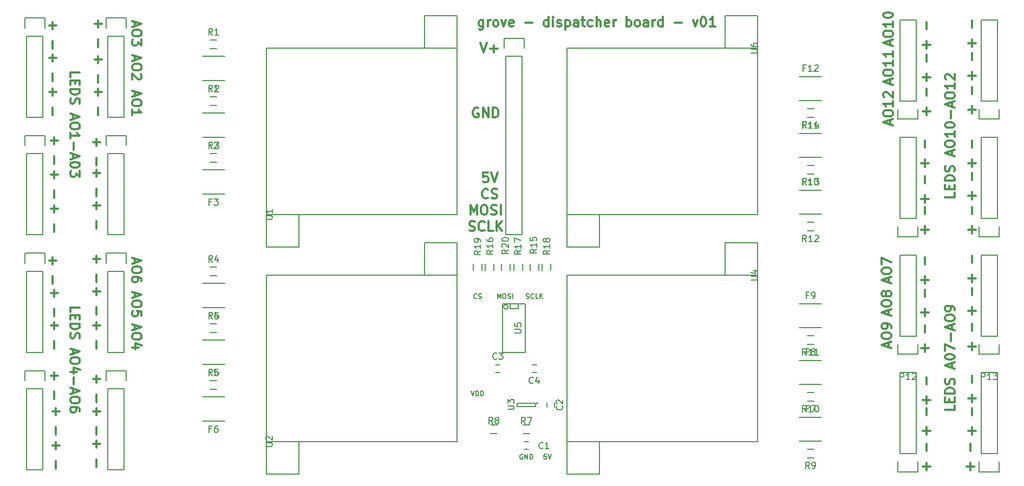
<source format=gbr>
G04 #@! TF.FileFunction,Legend,Top*
%FSLAX46Y46*%
G04 Gerber Fmt 4.6, Leading zero omitted, Abs format (unit mm)*
G04 Created by KiCad (PCBNEW 4.0.2-stable) date Friday, June 24, 2016 'pmt' 01:13:37 pm*
%MOMM*%
G01*
G04 APERTURE LIST*
%ADD10C,0.100000*%
%ADD11C,0.300000*%
%ADD12C,0.190500*%
%ADD13C,0.150000*%
G04 APERTURE END LIST*
D10*
D11*
X198878000Y-110950143D02*
X198878000Y-110235857D01*
X199306571Y-111093000D02*
X197806571Y-110593000D01*
X199306571Y-110093000D01*
X197806571Y-109307286D02*
X197806571Y-109021572D01*
X197878000Y-108878714D01*
X198020857Y-108735857D01*
X198306571Y-108664429D01*
X198806571Y-108664429D01*
X199092286Y-108735857D01*
X199235143Y-108878714D01*
X199306571Y-109021572D01*
X199306571Y-109307286D01*
X199235143Y-109450143D01*
X199092286Y-109593000D01*
X198806571Y-109664429D01*
X198306571Y-109664429D01*
X198020857Y-109593000D01*
X197878000Y-109450143D01*
X197806571Y-109307286D01*
X199306571Y-107950143D02*
X199306571Y-107664428D01*
X199235143Y-107521571D01*
X199163714Y-107450143D01*
X198949429Y-107307285D01*
X198663714Y-107235857D01*
X198092286Y-107235857D01*
X197949429Y-107307285D01*
X197878000Y-107378714D01*
X197806571Y-107521571D01*
X197806571Y-107807285D01*
X197878000Y-107950143D01*
X197949429Y-108021571D01*
X198092286Y-108093000D01*
X198449429Y-108093000D01*
X198592286Y-108021571D01*
X198663714Y-107950143D01*
X198735143Y-107807285D01*
X198735143Y-107521571D01*
X198663714Y-107378714D01*
X198592286Y-107307285D01*
X198449429Y-107235857D01*
X198878000Y-105870143D02*
X198878000Y-105155857D01*
X199306571Y-106013000D02*
X197806571Y-105513000D01*
X199306571Y-105013000D01*
X197806571Y-104227286D02*
X197806571Y-103941572D01*
X197878000Y-103798714D01*
X198020857Y-103655857D01*
X198306571Y-103584429D01*
X198806571Y-103584429D01*
X199092286Y-103655857D01*
X199235143Y-103798714D01*
X199306571Y-103941572D01*
X199306571Y-104227286D01*
X199235143Y-104370143D01*
X199092286Y-104513000D01*
X198806571Y-104584429D01*
X198306571Y-104584429D01*
X198020857Y-104513000D01*
X197878000Y-104370143D01*
X197806571Y-104227286D01*
X198449429Y-102727285D02*
X198378000Y-102870143D01*
X198306571Y-102941571D01*
X198163714Y-103013000D01*
X198092286Y-103013000D01*
X197949429Y-102941571D01*
X197878000Y-102870143D01*
X197806571Y-102727285D01*
X197806571Y-102441571D01*
X197878000Y-102298714D01*
X197949429Y-102227285D01*
X198092286Y-102155857D01*
X198163714Y-102155857D01*
X198306571Y-102227285D01*
X198378000Y-102298714D01*
X198449429Y-102441571D01*
X198449429Y-102727285D01*
X198520857Y-102870143D01*
X198592286Y-102941571D01*
X198735143Y-103013000D01*
X199020857Y-103013000D01*
X199163714Y-102941571D01*
X199235143Y-102870143D01*
X199306571Y-102727285D01*
X199306571Y-102441571D01*
X199235143Y-102298714D01*
X199163714Y-102227285D01*
X199020857Y-102155857D01*
X198735143Y-102155857D01*
X198592286Y-102227285D01*
X198520857Y-102298714D01*
X198449429Y-102441571D01*
X198878000Y-100790143D02*
X198878000Y-100075857D01*
X199306571Y-100933000D02*
X197806571Y-100433000D01*
X199306571Y-99933000D01*
X197806571Y-99147286D02*
X197806571Y-98861572D01*
X197878000Y-98718714D01*
X198020857Y-98575857D01*
X198306571Y-98504429D01*
X198806571Y-98504429D01*
X199092286Y-98575857D01*
X199235143Y-98718714D01*
X199306571Y-98861572D01*
X199306571Y-99147286D01*
X199235143Y-99290143D01*
X199092286Y-99433000D01*
X198806571Y-99504429D01*
X198306571Y-99504429D01*
X198020857Y-99433000D01*
X197878000Y-99290143D01*
X197806571Y-99147286D01*
X197806571Y-98004428D02*
X197806571Y-97004428D01*
X199306571Y-97647285D01*
X199132000Y-76104428D02*
X199132000Y-75390142D01*
X199560571Y-76247285D02*
X198060571Y-75747285D01*
X199560571Y-75247285D01*
X198060571Y-74461571D02*
X198060571Y-74175857D01*
X198132000Y-74032999D01*
X198274857Y-73890142D01*
X198560571Y-73818714D01*
X199060571Y-73818714D01*
X199346286Y-73890142D01*
X199489143Y-74032999D01*
X199560571Y-74175857D01*
X199560571Y-74461571D01*
X199489143Y-74604428D01*
X199346286Y-74747285D01*
X199060571Y-74818714D01*
X198560571Y-74818714D01*
X198274857Y-74747285D01*
X198132000Y-74604428D01*
X198060571Y-74461571D01*
X199560571Y-72390142D02*
X199560571Y-73247285D01*
X199560571Y-72818713D02*
X198060571Y-72818713D01*
X198274857Y-72961570D01*
X198417714Y-73104428D01*
X198489143Y-73247285D01*
X198203429Y-71818714D02*
X198132000Y-71747285D01*
X198060571Y-71604428D01*
X198060571Y-71247285D01*
X198132000Y-71104428D01*
X198203429Y-71032999D01*
X198346286Y-70961571D01*
X198489143Y-70961571D01*
X198703429Y-71032999D01*
X199560571Y-71890142D01*
X199560571Y-70961571D01*
X199132000Y-69754428D02*
X199132000Y-69040142D01*
X199560571Y-69897285D02*
X198060571Y-69397285D01*
X199560571Y-68897285D01*
X198060571Y-68111571D02*
X198060571Y-67825857D01*
X198132000Y-67682999D01*
X198274857Y-67540142D01*
X198560571Y-67468714D01*
X199060571Y-67468714D01*
X199346286Y-67540142D01*
X199489143Y-67682999D01*
X199560571Y-67825857D01*
X199560571Y-68111571D01*
X199489143Y-68254428D01*
X199346286Y-68397285D01*
X199060571Y-68468714D01*
X198560571Y-68468714D01*
X198274857Y-68397285D01*
X198132000Y-68254428D01*
X198060571Y-68111571D01*
X199560571Y-66040142D02*
X199560571Y-66897285D01*
X199560571Y-66468713D02*
X198060571Y-66468713D01*
X198274857Y-66611570D01*
X198417714Y-66754428D01*
X198489143Y-66897285D01*
X199560571Y-64611571D02*
X199560571Y-65468714D01*
X199560571Y-65040142D02*
X198060571Y-65040142D01*
X198274857Y-65182999D01*
X198417714Y-65325857D01*
X198489143Y-65468714D01*
X81030000Y-107489857D02*
X81030000Y-108204143D01*
X80601429Y-107347000D02*
X82101429Y-107847000D01*
X80601429Y-108347000D01*
X82101429Y-109132714D02*
X82101429Y-109418428D01*
X82030000Y-109561286D01*
X81887143Y-109704143D01*
X81601429Y-109775571D01*
X81101429Y-109775571D01*
X80815714Y-109704143D01*
X80672857Y-109561286D01*
X80601429Y-109418428D01*
X80601429Y-109132714D01*
X80672857Y-108989857D01*
X80815714Y-108847000D01*
X81101429Y-108775571D01*
X81601429Y-108775571D01*
X81887143Y-108847000D01*
X82030000Y-108989857D01*
X82101429Y-109132714D01*
X81601429Y-111061286D02*
X80601429Y-111061286D01*
X82172857Y-110704143D02*
X81101429Y-110347000D01*
X81101429Y-111275572D01*
X81030000Y-102409857D02*
X81030000Y-103124143D01*
X80601429Y-102267000D02*
X82101429Y-102767000D01*
X80601429Y-103267000D01*
X82101429Y-104052714D02*
X82101429Y-104338428D01*
X82030000Y-104481286D01*
X81887143Y-104624143D01*
X81601429Y-104695571D01*
X81101429Y-104695571D01*
X80815714Y-104624143D01*
X80672857Y-104481286D01*
X80601429Y-104338428D01*
X80601429Y-104052714D01*
X80672857Y-103909857D01*
X80815714Y-103767000D01*
X81101429Y-103695571D01*
X81601429Y-103695571D01*
X81887143Y-103767000D01*
X82030000Y-103909857D01*
X82101429Y-104052714D01*
X82101429Y-106052715D02*
X82101429Y-105338429D01*
X81387143Y-105267000D01*
X81458571Y-105338429D01*
X81530000Y-105481286D01*
X81530000Y-105838429D01*
X81458571Y-105981286D01*
X81387143Y-106052715D01*
X81244286Y-106124143D01*
X80887143Y-106124143D01*
X80744286Y-106052715D01*
X80672857Y-105981286D01*
X80601429Y-105838429D01*
X80601429Y-105481286D01*
X80672857Y-105338429D01*
X80744286Y-105267000D01*
X81030000Y-97075857D02*
X81030000Y-97790143D01*
X80601429Y-96933000D02*
X82101429Y-97433000D01*
X80601429Y-97933000D01*
X82101429Y-98718714D02*
X82101429Y-99004428D01*
X82030000Y-99147286D01*
X81887143Y-99290143D01*
X81601429Y-99361571D01*
X81101429Y-99361571D01*
X80815714Y-99290143D01*
X80672857Y-99147286D01*
X80601429Y-99004428D01*
X80601429Y-98718714D01*
X80672857Y-98575857D01*
X80815714Y-98433000D01*
X81101429Y-98361571D01*
X81601429Y-98361571D01*
X81887143Y-98433000D01*
X82030000Y-98575857D01*
X82101429Y-98718714D01*
X82101429Y-100647286D02*
X82101429Y-100361572D01*
X82030000Y-100218715D01*
X81958571Y-100147286D01*
X81744286Y-100004429D01*
X81458571Y-99933000D01*
X80887143Y-99933000D01*
X80744286Y-100004429D01*
X80672857Y-100075857D01*
X80601429Y-100218715D01*
X80601429Y-100504429D01*
X80672857Y-100647286D01*
X80744286Y-100718715D01*
X80887143Y-100790143D01*
X81244286Y-100790143D01*
X81387143Y-100718715D01*
X81458571Y-100647286D01*
X81530000Y-100504429D01*
X81530000Y-100218715D01*
X81458571Y-100075857D01*
X81387143Y-100004429D01*
X81244286Y-99933000D01*
X81030000Y-70913857D02*
X81030000Y-71628143D01*
X80601429Y-70771000D02*
X82101429Y-71271000D01*
X80601429Y-71771000D01*
X82101429Y-72556714D02*
X82101429Y-72842428D01*
X82030000Y-72985286D01*
X81887143Y-73128143D01*
X81601429Y-73199571D01*
X81101429Y-73199571D01*
X80815714Y-73128143D01*
X80672857Y-72985286D01*
X80601429Y-72842428D01*
X80601429Y-72556714D01*
X80672857Y-72413857D01*
X80815714Y-72271000D01*
X81101429Y-72199571D01*
X81601429Y-72199571D01*
X81887143Y-72271000D01*
X82030000Y-72413857D01*
X82101429Y-72556714D01*
X80601429Y-74628143D02*
X80601429Y-73771000D01*
X80601429Y-74199572D02*
X82101429Y-74199572D01*
X81887143Y-74056715D01*
X81744286Y-73913857D01*
X81672857Y-73771000D01*
X81030000Y-59991857D02*
X81030000Y-60706143D01*
X80601429Y-59849000D02*
X82101429Y-60349000D01*
X80601429Y-60849000D01*
X82101429Y-61634714D02*
X82101429Y-61920428D01*
X82030000Y-62063286D01*
X81887143Y-62206143D01*
X81601429Y-62277571D01*
X81101429Y-62277571D01*
X80815714Y-62206143D01*
X80672857Y-62063286D01*
X80601429Y-61920428D01*
X80601429Y-61634714D01*
X80672857Y-61491857D01*
X80815714Y-61349000D01*
X81101429Y-61277571D01*
X81601429Y-61277571D01*
X81887143Y-61349000D01*
X82030000Y-61491857D01*
X82101429Y-61634714D01*
X82101429Y-62777572D02*
X82101429Y-63706143D01*
X81530000Y-63206143D01*
X81530000Y-63420429D01*
X81458571Y-63563286D01*
X81387143Y-63634715D01*
X81244286Y-63706143D01*
X80887143Y-63706143D01*
X80744286Y-63634715D01*
X80672857Y-63563286D01*
X80601429Y-63420429D01*
X80601429Y-62991857D01*
X80672857Y-62849000D01*
X80744286Y-62777572D01*
X81030000Y-65325857D02*
X81030000Y-66040143D01*
X80601429Y-65183000D02*
X82101429Y-65683000D01*
X80601429Y-66183000D01*
X82101429Y-66968714D02*
X82101429Y-67254428D01*
X82030000Y-67397286D01*
X81887143Y-67540143D01*
X81601429Y-67611571D01*
X81101429Y-67611571D01*
X80815714Y-67540143D01*
X80672857Y-67397286D01*
X80601429Y-67254428D01*
X80601429Y-66968714D01*
X80672857Y-66825857D01*
X80815714Y-66683000D01*
X81101429Y-66611571D01*
X81601429Y-66611571D01*
X81887143Y-66683000D01*
X82030000Y-66825857D01*
X82101429Y-66968714D01*
X81958571Y-68183000D02*
X82030000Y-68254429D01*
X82101429Y-68397286D01*
X82101429Y-68754429D01*
X82030000Y-68897286D01*
X81958571Y-68968715D01*
X81815714Y-69040143D01*
X81672857Y-69040143D01*
X81458571Y-68968715D01*
X80601429Y-68111572D01*
X80601429Y-69040143D01*
X199132000Y-63658428D02*
X199132000Y-62944142D01*
X199560571Y-63801285D02*
X198060571Y-63301285D01*
X199560571Y-62801285D01*
X198060571Y-62015571D02*
X198060571Y-61729857D01*
X198132000Y-61586999D01*
X198274857Y-61444142D01*
X198560571Y-61372714D01*
X199060571Y-61372714D01*
X199346286Y-61444142D01*
X199489143Y-61586999D01*
X199560571Y-61729857D01*
X199560571Y-62015571D01*
X199489143Y-62158428D01*
X199346286Y-62301285D01*
X199060571Y-62372714D01*
X198560571Y-62372714D01*
X198274857Y-62301285D01*
X198132000Y-62158428D01*
X198060571Y-62015571D01*
X199560571Y-59944142D02*
X199560571Y-60801285D01*
X199560571Y-60372713D02*
X198060571Y-60372713D01*
X198274857Y-60515570D01*
X198417714Y-60658428D01*
X198489143Y-60801285D01*
X198060571Y-59015571D02*
X198060571Y-58872714D01*
X198132000Y-58729857D01*
X198203429Y-58658428D01*
X198346286Y-58586999D01*
X198632000Y-58515571D01*
X198989143Y-58515571D01*
X199274857Y-58586999D01*
X199417714Y-58658428D01*
X199489143Y-58729857D01*
X199560571Y-58872714D01*
X199560571Y-59015571D01*
X199489143Y-59158428D01*
X199417714Y-59229857D01*
X199274857Y-59301285D01*
X198989143Y-59372714D01*
X198632000Y-59372714D01*
X198346286Y-59301285D01*
X198203429Y-59229857D01*
X198132000Y-59158428D01*
X198060571Y-59015571D01*
X68472857Y-114895572D02*
X68472857Y-116038429D01*
X67901429Y-115467000D02*
X69044286Y-115467000D01*
X68472857Y-117895572D02*
X68472857Y-119038429D01*
X68726857Y-120483572D02*
X68726857Y-121626429D01*
X68155429Y-121055000D02*
X69298286Y-121055000D01*
X68726857Y-123483572D02*
X68726857Y-124626429D01*
X68726857Y-125817572D02*
X68726857Y-126960429D01*
X68155429Y-126389000D02*
X69298286Y-126389000D01*
X68726857Y-128817572D02*
X68726857Y-129960429D01*
X75076857Y-125563572D02*
X75076857Y-126706429D01*
X74505429Y-126135000D02*
X75648286Y-126135000D01*
X75076857Y-128563572D02*
X75076857Y-129706429D01*
X75076857Y-120483572D02*
X75076857Y-121626429D01*
X74505429Y-121055000D02*
X75648286Y-121055000D01*
X75076857Y-123483572D02*
X75076857Y-124626429D01*
X75076857Y-115403572D02*
X75076857Y-116546429D01*
X74505429Y-115975000D02*
X75648286Y-115975000D01*
X75076857Y-118403572D02*
X75076857Y-119546429D01*
X75076857Y-107021572D02*
X75076857Y-108164429D01*
X74505429Y-107593000D02*
X75648286Y-107593000D01*
X75076857Y-110021572D02*
X75076857Y-111164429D01*
X75076857Y-101687572D02*
X75076857Y-102830429D01*
X74505429Y-102259000D02*
X75648286Y-102259000D01*
X75076857Y-104687572D02*
X75076857Y-105830429D01*
X75076857Y-96607572D02*
X75076857Y-97750429D01*
X74505429Y-97179000D02*
X75648286Y-97179000D01*
X75076857Y-99607572D02*
X75076857Y-100750429D01*
X68472857Y-107021572D02*
X68472857Y-108164429D01*
X67901429Y-107593000D02*
X69044286Y-107593000D01*
X68472857Y-110021572D02*
X68472857Y-111164429D01*
X68472857Y-101941572D02*
X68472857Y-103084429D01*
X67901429Y-102513000D02*
X69044286Y-102513000D01*
X68472857Y-104941572D02*
X68472857Y-106084429D01*
X68218857Y-96861572D02*
X68218857Y-98004429D01*
X67647429Y-97433000D02*
X68790286Y-97433000D01*
X68218857Y-99861572D02*
X68218857Y-101004429D01*
X68472857Y-88733572D02*
X68472857Y-89876429D01*
X67901429Y-89305000D02*
X69044286Y-89305000D01*
X68472857Y-91733572D02*
X68472857Y-92876429D01*
X68472857Y-83399572D02*
X68472857Y-84542429D01*
X67901429Y-83971000D02*
X69044286Y-83971000D01*
X68472857Y-86399572D02*
X68472857Y-87542429D01*
X68472857Y-78065572D02*
X68472857Y-79208429D01*
X67901429Y-78637000D02*
X69044286Y-78637000D01*
X68472857Y-81065572D02*
X68472857Y-82208429D01*
X75076857Y-88225572D02*
X75076857Y-89368429D01*
X74505429Y-88797000D02*
X75648286Y-88797000D01*
X75076857Y-91225572D02*
X75076857Y-92368429D01*
X75076857Y-83145572D02*
X75076857Y-84288429D01*
X74505429Y-83717000D02*
X75648286Y-83717000D01*
X75076857Y-86145572D02*
X75076857Y-87288429D01*
X75076857Y-78319572D02*
X75076857Y-79462429D01*
X74505429Y-78891000D02*
X75648286Y-78891000D01*
X75076857Y-81319572D02*
X75076857Y-82462429D01*
X75330857Y-59777572D02*
X75330857Y-60920429D01*
X74759429Y-60349000D02*
X75902286Y-60349000D01*
X75330857Y-62777572D02*
X75330857Y-63920429D01*
X75330857Y-65365572D02*
X75330857Y-66508429D01*
X74759429Y-65937000D02*
X75902286Y-65937000D01*
X75330857Y-68365572D02*
X75330857Y-69508429D01*
X75330857Y-70445572D02*
X75330857Y-71588429D01*
X74759429Y-71017000D02*
X75902286Y-71017000D01*
X75330857Y-73445572D02*
X75330857Y-74588429D01*
X68218857Y-70445572D02*
X68218857Y-71588429D01*
X67647429Y-71017000D02*
X68790286Y-71017000D01*
X68218857Y-73445572D02*
X68218857Y-74588429D01*
X68218857Y-65111572D02*
X68218857Y-66254429D01*
X67647429Y-65683000D02*
X68790286Y-65683000D01*
X68218857Y-68111572D02*
X68218857Y-69254429D01*
X68218857Y-60031572D02*
X68218857Y-61174429D01*
X67647429Y-60603000D02*
X68790286Y-60603000D01*
X68218857Y-63031572D02*
X68218857Y-64174429D01*
X204831143Y-74588428D02*
X204831143Y-73445571D01*
X205402571Y-74017000D02*
X204259714Y-74017000D01*
X204831143Y-71588428D02*
X204831143Y-70445571D01*
X204831143Y-69254428D02*
X204831143Y-68111571D01*
X205402571Y-68683000D02*
X204259714Y-68683000D01*
X204831143Y-66254428D02*
X204831143Y-65111571D01*
X204831143Y-64174428D02*
X204831143Y-63031571D01*
X205402571Y-63603000D02*
X204259714Y-63603000D01*
X204831143Y-61174428D02*
X204831143Y-60031571D01*
X211943143Y-63920428D02*
X211943143Y-62777571D01*
X212514571Y-63349000D02*
X211371714Y-63349000D01*
X211943143Y-60920428D02*
X211943143Y-59777571D01*
X211943143Y-69000428D02*
X211943143Y-67857571D01*
X212514571Y-68429000D02*
X211371714Y-68429000D01*
X211943143Y-66000428D02*
X211943143Y-64857571D01*
X211943143Y-74334428D02*
X211943143Y-73191571D01*
X212514571Y-73763000D02*
X211371714Y-73763000D01*
X211943143Y-71334428D02*
X211943143Y-70191571D01*
X211943143Y-93130428D02*
X211943143Y-91987571D01*
X212514571Y-92559000D02*
X211371714Y-92559000D01*
X211943143Y-90130428D02*
X211943143Y-88987571D01*
X211943143Y-87796428D02*
X211943143Y-86653571D01*
X212514571Y-87225000D02*
X211371714Y-87225000D01*
X211943143Y-84796428D02*
X211943143Y-83653571D01*
X211943143Y-82716428D02*
X211943143Y-81573571D01*
X212514571Y-82145000D02*
X211371714Y-82145000D01*
X211943143Y-79716428D02*
X211943143Y-78573571D01*
X204577143Y-82716428D02*
X204577143Y-81573571D01*
X205148571Y-82145000D02*
X204005714Y-82145000D01*
X204577143Y-79716428D02*
X204577143Y-78573571D01*
X204577143Y-88304428D02*
X204577143Y-87161571D01*
X205148571Y-87733000D02*
X204005714Y-87733000D01*
X204577143Y-85304428D02*
X204577143Y-84161571D01*
X204577143Y-93130428D02*
X204577143Y-91987571D01*
X205148571Y-92559000D02*
X204005714Y-92559000D01*
X204577143Y-90130428D02*
X204577143Y-88987571D01*
X204577143Y-111672428D02*
X204577143Y-110529571D01*
X205148571Y-111101000D02*
X204005714Y-111101000D01*
X204577143Y-108672428D02*
X204577143Y-107529571D01*
X204577143Y-106084428D02*
X204577143Y-104941571D01*
X205148571Y-105513000D02*
X204005714Y-105513000D01*
X204577143Y-103084428D02*
X204577143Y-101941571D01*
X204577143Y-101004428D02*
X204577143Y-99861571D01*
X205148571Y-100433000D02*
X204005714Y-100433000D01*
X204577143Y-98004428D02*
X204577143Y-96861571D01*
X211943143Y-100750428D02*
X211943143Y-99607571D01*
X212514571Y-100179000D02*
X211371714Y-100179000D01*
X211943143Y-97750428D02*
X211943143Y-96607571D01*
X211943143Y-105830428D02*
X211943143Y-104687571D01*
X212514571Y-105259000D02*
X211371714Y-105259000D01*
X211943143Y-102830428D02*
X211943143Y-101687571D01*
X211943143Y-111418428D02*
X211943143Y-110275571D01*
X212514571Y-110847000D02*
X211371714Y-110847000D01*
X211943143Y-108418428D02*
X211943143Y-107275571D01*
X211943143Y-119546428D02*
X211943143Y-118403571D01*
X212514571Y-118975000D02*
X211371714Y-118975000D01*
X211943143Y-116546428D02*
X211943143Y-115403571D01*
X211943143Y-124626428D02*
X211943143Y-123483571D01*
X212514571Y-124055000D02*
X211371714Y-124055000D01*
X211943143Y-121626428D02*
X211943143Y-120483571D01*
X211689143Y-130214428D02*
X211689143Y-129071571D01*
X212260571Y-129643000D02*
X211117714Y-129643000D01*
X211689143Y-127214428D02*
X211689143Y-126071571D01*
X204831143Y-119800428D02*
X204831143Y-118657571D01*
X205402571Y-119229000D02*
X204259714Y-119229000D01*
X204831143Y-116800428D02*
X204831143Y-115657571D01*
X204831143Y-124626428D02*
X204831143Y-123483571D01*
X205402571Y-124055000D02*
X204259714Y-124055000D01*
X204831143Y-121626428D02*
X204831143Y-120483571D01*
X204831143Y-130214428D02*
X204831143Y-129071571D01*
X205402571Y-129643000D02*
X204259714Y-129643000D01*
X204831143Y-127214428D02*
X204831143Y-126071571D01*
X209212571Y-120041856D02*
X209212571Y-120756142D01*
X207712571Y-120756142D01*
X208426857Y-119541856D02*
X208426857Y-119041856D01*
X209212571Y-118827570D02*
X209212571Y-119541856D01*
X207712571Y-119541856D01*
X207712571Y-118827570D01*
X209212571Y-118184713D02*
X207712571Y-118184713D01*
X207712571Y-117827570D01*
X207784000Y-117613285D01*
X207926857Y-117470427D01*
X208069714Y-117398999D01*
X208355429Y-117327570D01*
X208569714Y-117327570D01*
X208855429Y-117398999D01*
X208998286Y-117470427D01*
X209141143Y-117613285D01*
X209212571Y-117827570D01*
X209212571Y-118184713D01*
X209141143Y-116756142D02*
X209212571Y-116541856D01*
X209212571Y-116184713D01*
X209141143Y-116041856D01*
X209069714Y-115970427D01*
X208926857Y-115898999D01*
X208784000Y-115898999D01*
X208641143Y-115970427D01*
X208569714Y-116041856D01*
X208498286Y-116184713D01*
X208426857Y-116470427D01*
X208355429Y-116613285D01*
X208284000Y-116684713D01*
X208141143Y-116756142D01*
X207998286Y-116756142D01*
X207855429Y-116684713D01*
X207784000Y-116613285D01*
X207712571Y-116470427D01*
X207712571Y-116113285D01*
X207784000Y-115898999D01*
X208784000Y-114184714D02*
X208784000Y-113470428D01*
X209212571Y-114327571D02*
X207712571Y-113827571D01*
X209212571Y-113327571D01*
X207712571Y-112541857D02*
X207712571Y-112399000D01*
X207784000Y-112256143D01*
X207855429Y-112184714D01*
X207998286Y-112113285D01*
X208284000Y-112041857D01*
X208641143Y-112041857D01*
X208926857Y-112113285D01*
X209069714Y-112184714D01*
X209141143Y-112256143D01*
X209212571Y-112399000D01*
X209212571Y-112541857D01*
X209141143Y-112684714D01*
X209069714Y-112756143D01*
X208926857Y-112827571D01*
X208641143Y-112899000D01*
X208284000Y-112899000D01*
X207998286Y-112827571D01*
X207855429Y-112756143D01*
X207784000Y-112684714D01*
X207712571Y-112541857D01*
X207712571Y-111541857D02*
X207712571Y-110541857D01*
X209212571Y-111184714D01*
X208641143Y-109970429D02*
X208641143Y-108827572D01*
X208784000Y-108184715D02*
X208784000Y-107470429D01*
X209212571Y-108327572D02*
X207712571Y-107827572D01*
X209212571Y-107327572D01*
X207712571Y-106541858D02*
X207712571Y-106256144D01*
X207784000Y-106113286D01*
X207926857Y-105970429D01*
X208212571Y-105899001D01*
X208712571Y-105899001D01*
X208998286Y-105970429D01*
X209141143Y-106113286D01*
X209212571Y-106256144D01*
X209212571Y-106541858D01*
X209141143Y-106684715D01*
X208998286Y-106827572D01*
X208712571Y-106899001D01*
X208212571Y-106899001D01*
X207926857Y-106827572D01*
X207784000Y-106684715D01*
X207712571Y-106541858D01*
X209212571Y-105184715D02*
X209212571Y-104899000D01*
X209141143Y-104756143D01*
X209069714Y-104684715D01*
X208855429Y-104541857D01*
X208569714Y-104470429D01*
X207998286Y-104470429D01*
X207855429Y-104541857D01*
X207784000Y-104613286D01*
X207712571Y-104756143D01*
X207712571Y-105041857D01*
X207784000Y-105184715D01*
X207855429Y-105256143D01*
X207998286Y-105327572D01*
X208355429Y-105327572D01*
X208498286Y-105256143D01*
X208569714Y-105184715D01*
X208641143Y-105041857D01*
X208641143Y-104756143D01*
X208569714Y-104613286D01*
X208498286Y-104541857D01*
X208355429Y-104470429D01*
X209212571Y-86743856D02*
X209212571Y-87458142D01*
X207712571Y-87458142D01*
X208426857Y-86243856D02*
X208426857Y-85743856D01*
X209212571Y-85529570D02*
X209212571Y-86243856D01*
X207712571Y-86243856D01*
X207712571Y-85529570D01*
X209212571Y-84886713D02*
X207712571Y-84886713D01*
X207712571Y-84529570D01*
X207784000Y-84315285D01*
X207926857Y-84172427D01*
X208069714Y-84100999D01*
X208355429Y-84029570D01*
X208569714Y-84029570D01*
X208855429Y-84100999D01*
X208998286Y-84172427D01*
X209141143Y-84315285D01*
X209212571Y-84529570D01*
X209212571Y-84886713D01*
X209141143Y-83458142D02*
X209212571Y-83243856D01*
X209212571Y-82886713D01*
X209141143Y-82743856D01*
X209069714Y-82672427D01*
X208926857Y-82600999D01*
X208784000Y-82600999D01*
X208641143Y-82672427D01*
X208569714Y-82743856D01*
X208498286Y-82886713D01*
X208426857Y-83172427D01*
X208355429Y-83315285D01*
X208284000Y-83386713D01*
X208141143Y-83458142D01*
X207998286Y-83458142D01*
X207855429Y-83386713D01*
X207784000Y-83315285D01*
X207712571Y-83172427D01*
X207712571Y-82815285D01*
X207784000Y-82600999D01*
X208784000Y-80886714D02*
X208784000Y-80172428D01*
X209212571Y-81029571D02*
X207712571Y-80529571D01*
X209212571Y-80029571D01*
X207712571Y-79243857D02*
X207712571Y-78958143D01*
X207784000Y-78815285D01*
X207926857Y-78672428D01*
X208212571Y-78601000D01*
X208712571Y-78601000D01*
X208998286Y-78672428D01*
X209141143Y-78815285D01*
X209212571Y-78958143D01*
X209212571Y-79243857D01*
X209141143Y-79386714D01*
X208998286Y-79529571D01*
X208712571Y-79601000D01*
X208212571Y-79601000D01*
X207926857Y-79529571D01*
X207784000Y-79386714D01*
X207712571Y-79243857D01*
X209212571Y-77172428D02*
X209212571Y-78029571D01*
X209212571Y-77600999D02*
X207712571Y-77600999D01*
X207926857Y-77743856D01*
X208069714Y-77886714D01*
X208141143Y-78029571D01*
X207712571Y-76243857D02*
X207712571Y-76101000D01*
X207784000Y-75958143D01*
X207855429Y-75886714D01*
X207998286Y-75815285D01*
X208284000Y-75743857D01*
X208641143Y-75743857D01*
X208926857Y-75815285D01*
X209069714Y-75886714D01*
X209141143Y-75958143D01*
X209212571Y-76101000D01*
X209212571Y-76243857D01*
X209141143Y-76386714D01*
X209069714Y-76458143D01*
X208926857Y-76529571D01*
X208641143Y-76601000D01*
X208284000Y-76601000D01*
X207998286Y-76529571D01*
X207855429Y-76458143D01*
X207784000Y-76386714D01*
X207712571Y-76243857D01*
X208641143Y-75101000D02*
X208641143Y-73958143D01*
X208784000Y-73315286D02*
X208784000Y-72601000D01*
X209212571Y-73458143D02*
X207712571Y-72958143D01*
X209212571Y-72458143D01*
X207712571Y-71672429D02*
X207712571Y-71386715D01*
X207784000Y-71243857D01*
X207926857Y-71101000D01*
X208212571Y-71029572D01*
X208712571Y-71029572D01*
X208998286Y-71101000D01*
X209141143Y-71243857D01*
X209212571Y-71386715D01*
X209212571Y-71672429D01*
X209141143Y-71815286D01*
X208998286Y-71958143D01*
X208712571Y-72029572D01*
X208212571Y-72029572D01*
X207926857Y-71958143D01*
X207784000Y-71815286D01*
X207712571Y-71672429D01*
X209212571Y-69601000D02*
X209212571Y-70458143D01*
X209212571Y-70029571D02*
X207712571Y-70029571D01*
X207926857Y-70172428D01*
X208069714Y-70315286D01*
X208141143Y-70458143D01*
X207855429Y-69029572D02*
X207784000Y-68958143D01*
X207712571Y-68815286D01*
X207712571Y-68458143D01*
X207784000Y-68315286D01*
X207855429Y-68243857D01*
X207998286Y-68172429D01*
X208141143Y-68172429D01*
X208355429Y-68243857D01*
X209212571Y-69101000D01*
X209212571Y-68172429D01*
X70949429Y-105438715D02*
X70949429Y-104724429D01*
X72449429Y-104724429D01*
X71735143Y-105938715D02*
X71735143Y-106438715D01*
X70949429Y-106653001D02*
X70949429Y-105938715D01*
X72449429Y-105938715D01*
X72449429Y-106653001D01*
X70949429Y-107295858D02*
X72449429Y-107295858D01*
X72449429Y-107653001D01*
X72378000Y-107867286D01*
X72235143Y-108010144D01*
X72092286Y-108081572D01*
X71806571Y-108153001D01*
X71592286Y-108153001D01*
X71306571Y-108081572D01*
X71163714Y-108010144D01*
X71020857Y-107867286D01*
X70949429Y-107653001D01*
X70949429Y-107295858D01*
X71020857Y-108724429D02*
X70949429Y-108938715D01*
X70949429Y-109295858D01*
X71020857Y-109438715D01*
X71092286Y-109510144D01*
X71235143Y-109581572D01*
X71378000Y-109581572D01*
X71520857Y-109510144D01*
X71592286Y-109438715D01*
X71663714Y-109295858D01*
X71735143Y-109010144D01*
X71806571Y-108867286D01*
X71878000Y-108795858D01*
X72020857Y-108724429D01*
X72163714Y-108724429D01*
X72306571Y-108795858D01*
X72378000Y-108867286D01*
X72449429Y-109010144D01*
X72449429Y-109367286D01*
X72378000Y-109581572D01*
X71378000Y-111295857D02*
X71378000Y-112010143D01*
X70949429Y-111153000D02*
X72449429Y-111653000D01*
X70949429Y-112153000D01*
X72449429Y-112938714D02*
X72449429Y-113224428D01*
X72378000Y-113367286D01*
X72235143Y-113510143D01*
X71949429Y-113581571D01*
X71449429Y-113581571D01*
X71163714Y-113510143D01*
X71020857Y-113367286D01*
X70949429Y-113224428D01*
X70949429Y-112938714D01*
X71020857Y-112795857D01*
X71163714Y-112653000D01*
X71449429Y-112581571D01*
X71949429Y-112581571D01*
X72235143Y-112653000D01*
X72378000Y-112795857D01*
X72449429Y-112938714D01*
X71949429Y-114867286D02*
X70949429Y-114867286D01*
X72520857Y-114510143D02*
X71449429Y-114153000D01*
X71449429Y-115081572D01*
X71520857Y-115653000D02*
X71520857Y-116795857D01*
X71378000Y-117438714D02*
X71378000Y-118153000D01*
X70949429Y-117295857D02*
X72449429Y-117795857D01*
X70949429Y-118295857D01*
X72449429Y-119081571D02*
X72449429Y-119367285D01*
X72378000Y-119510143D01*
X72235143Y-119653000D01*
X71949429Y-119724428D01*
X71449429Y-119724428D01*
X71163714Y-119653000D01*
X71020857Y-119510143D01*
X70949429Y-119367285D01*
X70949429Y-119081571D01*
X71020857Y-118938714D01*
X71163714Y-118795857D01*
X71449429Y-118724428D01*
X71949429Y-118724428D01*
X72235143Y-118795857D01*
X72378000Y-118938714D01*
X72449429Y-119081571D01*
X72449429Y-121010143D02*
X72449429Y-120724429D01*
X72378000Y-120581572D01*
X72306571Y-120510143D01*
X72092286Y-120367286D01*
X71806571Y-120295857D01*
X71235143Y-120295857D01*
X71092286Y-120367286D01*
X71020857Y-120438714D01*
X70949429Y-120581572D01*
X70949429Y-120867286D01*
X71020857Y-121010143D01*
X71092286Y-121081572D01*
X71235143Y-121153000D01*
X71592286Y-121153000D01*
X71735143Y-121081572D01*
X71806571Y-121010143D01*
X71878000Y-120867286D01*
X71878000Y-120581572D01*
X71806571Y-120438714D01*
X71735143Y-120367286D01*
X71592286Y-120295857D01*
X70949429Y-68680144D02*
X70949429Y-67965858D01*
X72449429Y-67965858D01*
X71735143Y-69180144D02*
X71735143Y-69680144D01*
X70949429Y-69894430D02*
X70949429Y-69180144D01*
X72449429Y-69180144D01*
X72449429Y-69894430D01*
X70949429Y-70537287D02*
X72449429Y-70537287D01*
X72449429Y-70894430D01*
X72378000Y-71108715D01*
X72235143Y-71251573D01*
X72092286Y-71323001D01*
X71806571Y-71394430D01*
X71592286Y-71394430D01*
X71306571Y-71323001D01*
X71163714Y-71251573D01*
X71020857Y-71108715D01*
X70949429Y-70894430D01*
X70949429Y-70537287D01*
X71020857Y-71965858D02*
X70949429Y-72180144D01*
X70949429Y-72537287D01*
X71020857Y-72680144D01*
X71092286Y-72751573D01*
X71235143Y-72823001D01*
X71378000Y-72823001D01*
X71520857Y-72751573D01*
X71592286Y-72680144D01*
X71663714Y-72537287D01*
X71735143Y-72251573D01*
X71806571Y-72108715D01*
X71878000Y-72037287D01*
X72020857Y-71965858D01*
X72163714Y-71965858D01*
X72306571Y-72037287D01*
X72378000Y-72108715D01*
X72449429Y-72251573D01*
X72449429Y-72608715D01*
X72378000Y-72823001D01*
X71378000Y-74537286D02*
X71378000Y-75251572D01*
X70949429Y-74394429D02*
X72449429Y-74894429D01*
X70949429Y-75394429D01*
X72449429Y-76180143D02*
X72449429Y-76465857D01*
X72378000Y-76608715D01*
X72235143Y-76751572D01*
X71949429Y-76823000D01*
X71449429Y-76823000D01*
X71163714Y-76751572D01*
X71020857Y-76608715D01*
X70949429Y-76465857D01*
X70949429Y-76180143D01*
X71020857Y-76037286D01*
X71163714Y-75894429D01*
X71449429Y-75823000D01*
X71949429Y-75823000D01*
X72235143Y-75894429D01*
X72378000Y-76037286D01*
X72449429Y-76180143D01*
X70949429Y-78251572D02*
X70949429Y-77394429D01*
X70949429Y-77823001D02*
X72449429Y-77823001D01*
X72235143Y-77680144D01*
X72092286Y-77537286D01*
X72020857Y-77394429D01*
X71520857Y-78894429D02*
X71520857Y-80037286D01*
X71378000Y-80680143D02*
X71378000Y-81394429D01*
X70949429Y-80537286D02*
X72449429Y-81037286D01*
X70949429Y-81537286D01*
X72449429Y-82323000D02*
X72449429Y-82465857D01*
X72378000Y-82608714D01*
X72306571Y-82680143D01*
X72163714Y-82751572D01*
X71878000Y-82823000D01*
X71520857Y-82823000D01*
X71235143Y-82751572D01*
X71092286Y-82680143D01*
X71020857Y-82608714D01*
X70949429Y-82465857D01*
X70949429Y-82323000D01*
X71020857Y-82180143D01*
X71092286Y-82108714D01*
X71235143Y-82037286D01*
X71520857Y-81965857D01*
X71878000Y-81965857D01*
X72163714Y-82037286D01*
X72306571Y-82108714D01*
X72378000Y-82180143D01*
X72449429Y-82323000D01*
X72449429Y-83323000D02*
X72449429Y-84251571D01*
X71878000Y-83751571D01*
X71878000Y-83965857D01*
X71806571Y-84108714D01*
X71735143Y-84180143D01*
X71592286Y-84251571D01*
X71235143Y-84251571D01*
X71092286Y-84180143D01*
X71020857Y-84108714D01*
X70949429Y-83965857D01*
X70949429Y-83537285D01*
X71020857Y-83394428D01*
X71092286Y-83323000D01*
D12*
X145396858Y-127725714D02*
X145034001Y-127725714D01*
X144997715Y-128088571D01*
X145034001Y-128052286D01*
X145106572Y-128016000D01*
X145288001Y-128016000D01*
X145360572Y-128052286D01*
X145396858Y-128088571D01*
X145433143Y-128161143D01*
X145433143Y-128342571D01*
X145396858Y-128415143D01*
X145360572Y-128451429D01*
X145288001Y-128487714D01*
X145106572Y-128487714D01*
X145034001Y-128451429D01*
X144997715Y-128415143D01*
X145650857Y-127725714D02*
X145904857Y-128487714D01*
X146158857Y-127725714D01*
X141659428Y-127762000D02*
X141586857Y-127725714D01*
X141478000Y-127725714D01*
X141369143Y-127762000D01*
X141296571Y-127834571D01*
X141260286Y-127907143D01*
X141224000Y-128052286D01*
X141224000Y-128161143D01*
X141260286Y-128306286D01*
X141296571Y-128378857D01*
X141369143Y-128451429D01*
X141478000Y-128487714D01*
X141550571Y-128487714D01*
X141659428Y-128451429D01*
X141695714Y-128415143D01*
X141695714Y-128161143D01*
X141550571Y-128161143D01*
X142022286Y-128487714D02*
X142022286Y-127725714D01*
X142457714Y-128487714D01*
X142457714Y-127725714D01*
X142820572Y-128487714D02*
X142820572Y-127725714D01*
X143002000Y-127725714D01*
X143110857Y-127762000D01*
X143183429Y-127834571D01*
X143219714Y-127907143D01*
X143256000Y-128052286D01*
X143256000Y-128161143D01*
X143219714Y-128306286D01*
X143183429Y-128378857D01*
X143110857Y-128451429D01*
X143002000Y-128487714D01*
X142820572Y-128487714D01*
X133604000Y-117819714D02*
X133858000Y-118581714D01*
X134112000Y-117819714D01*
X134366001Y-118581714D02*
X134366001Y-117819714D01*
X134547429Y-117819714D01*
X134656286Y-117856000D01*
X134728858Y-117928571D01*
X134765143Y-118001143D01*
X134801429Y-118146286D01*
X134801429Y-118255143D01*
X134765143Y-118400286D01*
X134728858Y-118472857D01*
X134656286Y-118545429D01*
X134547429Y-118581714D01*
X134366001Y-118581714D01*
X135128001Y-118581714D02*
X135128001Y-117819714D01*
X135309429Y-117819714D01*
X135418286Y-117856000D01*
X135490858Y-117928571D01*
X135527143Y-118001143D01*
X135563429Y-118146286D01*
X135563429Y-118255143D01*
X135527143Y-118400286D01*
X135490858Y-118472857D01*
X135418286Y-118545429D01*
X135309429Y-118581714D01*
X135128001Y-118581714D01*
X142221858Y-103305429D02*
X142330715Y-103341714D01*
X142512144Y-103341714D01*
X142584715Y-103305429D01*
X142621001Y-103269143D01*
X142657286Y-103196571D01*
X142657286Y-103124000D01*
X142621001Y-103051429D01*
X142584715Y-103015143D01*
X142512144Y-102978857D01*
X142367001Y-102942571D01*
X142294429Y-102906286D01*
X142258144Y-102870000D01*
X142221858Y-102797429D01*
X142221858Y-102724857D01*
X142258144Y-102652286D01*
X142294429Y-102616000D01*
X142367001Y-102579714D01*
X142548429Y-102579714D01*
X142657286Y-102616000D01*
X143419286Y-103269143D02*
X143383000Y-103305429D01*
X143274143Y-103341714D01*
X143201572Y-103341714D01*
X143092715Y-103305429D01*
X143020143Y-103232857D01*
X142983858Y-103160286D01*
X142947572Y-103015143D01*
X142947572Y-102906286D01*
X142983858Y-102761143D01*
X143020143Y-102688571D01*
X143092715Y-102616000D01*
X143201572Y-102579714D01*
X143274143Y-102579714D01*
X143383000Y-102616000D01*
X143419286Y-102652286D01*
X144108715Y-103341714D02*
X143745858Y-103341714D01*
X143745858Y-102579714D01*
X144362715Y-103341714D02*
X144362715Y-102579714D01*
X144798143Y-103341714D02*
X144471572Y-102906286D01*
X144798143Y-102579714D02*
X144362715Y-103015143D01*
X137740572Y-103341714D02*
X137740572Y-102579714D01*
X137994572Y-103124000D01*
X138248572Y-102579714D01*
X138248572Y-103341714D01*
X138756571Y-102579714D02*
X138901714Y-102579714D01*
X138974286Y-102616000D01*
X139046857Y-102688571D01*
X139083143Y-102833714D01*
X139083143Y-103087714D01*
X139046857Y-103232857D01*
X138974286Y-103305429D01*
X138901714Y-103341714D01*
X138756571Y-103341714D01*
X138684000Y-103305429D01*
X138611429Y-103232857D01*
X138575143Y-103087714D01*
X138575143Y-102833714D01*
X138611429Y-102688571D01*
X138684000Y-102616000D01*
X138756571Y-102579714D01*
X139373429Y-103305429D02*
X139482286Y-103341714D01*
X139663715Y-103341714D01*
X139736286Y-103305429D01*
X139772572Y-103269143D01*
X139808857Y-103196571D01*
X139808857Y-103124000D01*
X139772572Y-103051429D01*
X139736286Y-103015143D01*
X139663715Y-102978857D01*
X139518572Y-102942571D01*
X139446000Y-102906286D01*
X139409715Y-102870000D01*
X139373429Y-102797429D01*
X139373429Y-102724857D01*
X139409715Y-102652286D01*
X139446000Y-102616000D01*
X139518572Y-102579714D01*
X139700000Y-102579714D01*
X139808857Y-102616000D01*
X140135429Y-103341714D02*
X140135429Y-102579714D01*
X134493000Y-103269143D02*
X134456714Y-103305429D01*
X134347857Y-103341714D01*
X134275286Y-103341714D01*
X134166429Y-103305429D01*
X134093857Y-103232857D01*
X134057572Y-103160286D01*
X134021286Y-103015143D01*
X134021286Y-102906286D01*
X134057572Y-102761143D01*
X134093857Y-102688571D01*
X134166429Y-102616000D01*
X134275286Y-102579714D01*
X134347857Y-102579714D01*
X134456714Y-102616000D01*
X134493000Y-102652286D01*
X134783286Y-103305429D02*
X134892143Y-103341714D01*
X135073572Y-103341714D01*
X135146143Y-103305429D01*
X135182429Y-103269143D01*
X135218714Y-103196571D01*
X135218714Y-103124000D01*
X135182429Y-103051429D01*
X135146143Y-103015143D01*
X135073572Y-102978857D01*
X134928429Y-102942571D01*
X134855857Y-102906286D01*
X134819572Y-102870000D01*
X134783286Y-102797429D01*
X134783286Y-102724857D01*
X134819572Y-102652286D01*
X134855857Y-102616000D01*
X134928429Y-102579714D01*
X135109857Y-102579714D01*
X135218714Y-102616000D01*
D11*
X133354286Y-92682143D02*
X133568572Y-92753571D01*
X133925715Y-92753571D01*
X134068572Y-92682143D01*
X134140001Y-92610714D01*
X134211429Y-92467857D01*
X134211429Y-92325000D01*
X134140001Y-92182143D01*
X134068572Y-92110714D01*
X133925715Y-92039286D01*
X133640001Y-91967857D01*
X133497143Y-91896429D01*
X133425715Y-91825000D01*
X133354286Y-91682143D01*
X133354286Y-91539286D01*
X133425715Y-91396429D01*
X133497143Y-91325000D01*
X133640001Y-91253571D01*
X133997143Y-91253571D01*
X134211429Y-91325000D01*
X135711429Y-92610714D02*
X135640000Y-92682143D01*
X135425714Y-92753571D01*
X135282857Y-92753571D01*
X135068572Y-92682143D01*
X134925714Y-92539286D01*
X134854286Y-92396429D01*
X134782857Y-92110714D01*
X134782857Y-91896429D01*
X134854286Y-91610714D01*
X134925714Y-91467857D01*
X135068572Y-91325000D01*
X135282857Y-91253571D01*
X135425714Y-91253571D01*
X135640000Y-91325000D01*
X135711429Y-91396429D01*
X137068572Y-92753571D02*
X136354286Y-92753571D01*
X136354286Y-91253571D01*
X137568572Y-92753571D02*
X137568572Y-91253571D01*
X138425715Y-92753571D02*
X137782858Y-91896429D01*
X138425715Y-91253571D02*
X137568572Y-92110714D01*
X133532857Y-90213571D02*
X133532857Y-88713571D01*
X134032857Y-89785000D01*
X134532857Y-88713571D01*
X134532857Y-90213571D01*
X135532857Y-88713571D02*
X135818571Y-88713571D01*
X135961429Y-88785000D01*
X136104286Y-88927857D01*
X136175714Y-89213571D01*
X136175714Y-89713571D01*
X136104286Y-89999286D01*
X135961429Y-90142143D01*
X135818571Y-90213571D01*
X135532857Y-90213571D01*
X135390000Y-90142143D01*
X135247143Y-89999286D01*
X135175714Y-89713571D01*
X135175714Y-89213571D01*
X135247143Y-88927857D01*
X135390000Y-88785000D01*
X135532857Y-88713571D01*
X136747143Y-90142143D02*
X136961429Y-90213571D01*
X137318572Y-90213571D01*
X137461429Y-90142143D01*
X137532858Y-90070714D01*
X137604286Y-89927857D01*
X137604286Y-89785000D01*
X137532858Y-89642143D01*
X137461429Y-89570714D01*
X137318572Y-89499286D01*
X137032858Y-89427857D01*
X136890000Y-89356429D01*
X136818572Y-89285000D01*
X136747143Y-89142143D01*
X136747143Y-88999286D01*
X136818572Y-88856429D01*
X136890000Y-88785000D01*
X137032858Y-88713571D01*
X137390000Y-88713571D01*
X137604286Y-88785000D01*
X138247143Y-90213571D02*
X138247143Y-88713571D01*
X136275001Y-87530714D02*
X136203572Y-87602143D01*
X135989286Y-87673571D01*
X135846429Y-87673571D01*
X135632144Y-87602143D01*
X135489286Y-87459286D01*
X135417858Y-87316429D01*
X135346429Y-87030714D01*
X135346429Y-86816429D01*
X135417858Y-86530714D01*
X135489286Y-86387857D01*
X135632144Y-86245000D01*
X135846429Y-86173571D01*
X135989286Y-86173571D01*
X136203572Y-86245000D01*
X136275001Y-86316429D01*
X136846429Y-87602143D02*
X137060715Y-87673571D01*
X137417858Y-87673571D01*
X137560715Y-87602143D01*
X137632144Y-87530714D01*
X137703572Y-87387857D01*
X137703572Y-87245000D01*
X137632144Y-87102143D01*
X137560715Y-87030714D01*
X137417858Y-86959286D01*
X137132144Y-86887857D01*
X136989286Y-86816429D01*
X136917858Y-86745000D01*
X136846429Y-86602143D01*
X136846429Y-86459286D01*
X136917858Y-86316429D01*
X136989286Y-86245000D01*
X137132144Y-86173571D01*
X137489286Y-86173571D01*
X137703572Y-86245000D01*
X136239287Y-83633571D02*
X135525001Y-83633571D01*
X135453572Y-84347857D01*
X135525001Y-84276429D01*
X135667858Y-84205000D01*
X136025001Y-84205000D01*
X136167858Y-84276429D01*
X136239287Y-84347857D01*
X136310715Y-84490714D01*
X136310715Y-84847857D01*
X136239287Y-84990714D01*
X136167858Y-85062143D01*
X136025001Y-85133571D01*
X135667858Y-85133571D01*
X135525001Y-85062143D01*
X135453572Y-84990714D01*
X136739286Y-83633571D02*
X137239286Y-85133571D01*
X137739286Y-83633571D01*
X134747143Y-73545000D02*
X134604286Y-73473571D01*
X134390000Y-73473571D01*
X134175715Y-73545000D01*
X134032857Y-73687857D01*
X133961429Y-73830714D01*
X133890000Y-74116429D01*
X133890000Y-74330714D01*
X133961429Y-74616429D01*
X134032857Y-74759286D01*
X134175715Y-74902143D01*
X134390000Y-74973571D01*
X134532857Y-74973571D01*
X134747143Y-74902143D01*
X134818572Y-74830714D01*
X134818572Y-74330714D01*
X134532857Y-74330714D01*
X135461429Y-74973571D02*
X135461429Y-73473571D01*
X136318572Y-74973571D01*
X136318572Y-73473571D01*
X137032858Y-74973571D02*
X137032858Y-73473571D01*
X137390001Y-73473571D01*
X137604286Y-73545000D01*
X137747144Y-73687857D01*
X137818572Y-73830714D01*
X137890001Y-74116429D01*
X137890001Y-74330714D01*
X137818572Y-74616429D01*
X137747144Y-74759286D01*
X137604286Y-74902143D01*
X137390001Y-74973571D01*
X137032858Y-74973571D01*
X135096429Y-63313571D02*
X135596429Y-64813571D01*
X136096429Y-63313571D01*
X136596429Y-64242143D02*
X137739286Y-64242143D01*
X137167857Y-64813571D02*
X137167857Y-63670714D01*
X135514287Y-59743571D02*
X135514287Y-60957857D01*
X135442858Y-61100714D01*
X135371430Y-61172143D01*
X135228573Y-61243571D01*
X135014287Y-61243571D01*
X134871430Y-61172143D01*
X135514287Y-60672143D02*
X135371430Y-60743571D01*
X135085716Y-60743571D01*
X134942858Y-60672143D01*
X134871430Y-60600714D01*
X134800001Y-60457857D01*
X134800001Y-60029286D01*
X134871430Y-59886429D01*
X134942858Y-59815000D01*
X135085716Y-59743571D01*
X135371430Y-59743571D01*
X135514287Y-59815000D01*
X136228573Y-60743571D02*
X136228573Y-59743571D01*
X136228573Y-60029286D02*
X136300001Y-59886429D01*
X136371430Y-59815000D01*
X136514287Y-59743571D01*
X136657144Y-59743571D01*
X137371430Y-60743571D02*
X137228572Y-60672143D01*
X137157144Y-60600714D01*
X137085715Y-60457857D01*
X137085715Y-60029286D01*
X137157144Y-59886429D01*
X137228572Y-59815000D01*
X137371430Y-59743571D01*
X137585715Y-59743571D01*
X137728572Y-59815000D01*
X137800001Y-59886429D01*
X137871430Y-60029286D01*
X137871430Y-60457857D01*
X137800001Y-60600714D01*
X137728572Y-60672143D01*
X137585715Y-60743571D01*
X137371430Y-60743571D01*
X138371430Y-59743571D02*
X138728573Y-60743571D01*
X139085715Y-59743571D01*
X140228572Y-60672143D02*
X140085715Y-60743571D01*
X139800001Y-60743571D01*
X139657144Y-60672143D01*
X139585715Y-60529286D01*
X139585715Y-59957857D01*
X139657144Y-59815000D01*
X139800001Y-59743571D01*
X140085715Y-59743571D01*
X140228572Y-59815000D01*
X140300001Y-59957857D01*
X140300001Y-60100714D01*
X139585715Y-60243571D01*
X142085715Y-60172143D02*
X143228572Y-60172143D01*
X145728572Y-60743571D02*
X145728572Y-59243571D01*
X145728572Y-60672143D02*
X145585715Y-60743571D01*
X145300001Y-60743571D01*
X145157143Y-60672143D01*
X145085715Y-60600714D01*
X145014286Y-60457857D01*
X145014286Y-60029286D01*
X145085715Y-59886429D01*
X145157143Y-59815000D01*
X145300001Y-59743571D01*
X145585715Y-59743571D01*
X145728572Y-59815000D01*
X146442858Y-60743571D02*
X146442858Y-59743571D01*
X146442858Y-59243571D02*
X146371429Y-59315000D01*
X146442858Y-59386429D01*
X146514286Y-59315000D01*
X146442858Y-59243571D01*
X146442858Y-59386429D01*
X147085715Y-60672143D02*
X147228572Y-60743571D01*
X147514287Y-60743571D01*
X147657144Y-60672143D01*
X147728572Y-60529286D01*
X147728572Y-60457857D01*
X147657144Y-60315000D01*
X147514287Y-60243571D01*
X147300001Y-60243571D01*
X147157144Y-60172143D01*
X147085715Y-60029286D01*
X147085715Y-59957857D01*
X147157144Y-59815000D01*
X147300001Y-59743571D01*
X147514287Y-59743571D01*
X147657144Y-59815000D01*
X148371430Y-59743571D02*
X148371430Y-61243571D01*
X148371430Y-59815000D02*
X148514287Y-59743571D01*
X148800001Y-59743571D01*
X148942858Y-59815000D01*
X149014287Y-59886429D01*
X149085716Y-60029286D01*
X149085716Y-60457857D01*
X149014287Y-60600714D01*
X148942858Y-60672143D01*
X148800001Y-60743571D01*
X148514287Y-60743571D01*
X148371430Y-60672143D01*
X150371430Y-60743571D02*
X150371430Y-59957857D01*
X150300001Y-59815000D01*
X150157144Y-59743571D01*
X149871430Y-59743571D01*
X149728573Y-59815000D01*
X150371430Y-60672143D02*
X150228573Y-60743571D01*
X149871430Y-60743571D01*
X149728573Y-60672143D01*
X149657144Y-60529286D01*
X149657144Y-60386429D01*
X149728573Y-60243571D01*
X149871430Y-60172143D01*
X150228573Y-60172143D01*
X150371430Y-60100714D01*
X150871430Y-59743571D02*
X151442859Y-59743571D01*
X151085716Y-59243571D02*
X151085716Y-60529286D01*
X151157144Y-60672143D01*
X151300002Y-60743571D01*
X151442859Y-60743571D01*
X152585716Y-60672143D02*
X152442859Y-60743571D01*
X152157145Y-60743571D01*
X152014287Y-60672143D01*
X151942859Y-60600714D01*
X151871430Y-60457857D01*
X151871430Y-60029286D01*
X151942859Y-59886429D01*
X152014287Y-59815000D01*
X152157145Y-59743571D01*
X152442859Y-59743571D01*
X152585716Y-59815000D01*
X153228573Y-60743571D02*
X153228573Y-59243571D01*
X153871430Y-60743571D02*
X153871430Y-59957857D01*
X153800001Y-59815000D01*
X153657144Y-59743571D01*
X153442859Y-59743571D01*
X153300001Y-59815000D01*
X153228573Y-59886429D01*
X155157144Y-60672143D02*
X155014287Y-60743571D01*
X154728573Y-60743571D01*
X154585716Y-60672143D01*
X154514287Y-60529286D01*
X154514287Y-59957857D01*
X154585716Y-59815000D01*
X154728573Y-59743571D01*
X155014287Y-59743571D01*
X155157144Y-59815000D01*
X155228573Y-59957857D01*
X155228573Y-60100714D01*
X154514287Y-60243571D01*
X155871430Y-60743571D02*
X155871430Y-59743571D01*
X155871430Y-60029286D02*
X155942858Y-59886429D01*
X156014287Y-59815000D01*
X156157144Y-59743571D01*
X156300001Y-59743571D01*
X157942858Y-60743571D02*
X157942858Y-59243571D01*
X157942858Y-59815000D02*
X158085715Y-59743571D01*
X158371429Y-59743571D01*
X158514286Y-59815000D01*
X158585715Y-59886429D01*
X158657144Y-60029286D01*
X158657144Y-60457857D01*
X158585715Y-60600714D01*
X158514286Y-60672143D01*
X158371429Y-60743571D01*
X158085715Y-60743571D01*
X157942858Y-60672143D01*
X159514287Y-60743571D02*
X159371429Y-60672143D01*
X159300001Y-60600714D01*
X159228572Y-60457857D01*
X159228572Y-60029286D01*
X159300001Y-59886429D01*
X159371429Y-59815000D01*
X159514287Y-59743571D01*
X159728572Y-59743571D01*
X159871429Y-59815000D01*
X159942858Y-59886429D01*
X160014287Y-60029286D01*
X160014287Y-60457857D01*
X159942858Y-60600714D01*
X159871429Y-60672143D01*
X159728572Y-60743571D01*
X159514287Y-60743571D01*
X161300001Y-60743571D02*
X161300001Y-59957857D01*
X161228572Y-59815000D01*
X161085715Y-59743571D01*
X160800001Y-59743571D01*
X160657144Y-59815000D01*
X161300001Y-60672143D02*
X161157144Y-60743571D01*
X160800001Y-60743571D01*
X160657144Y-60672143D01*
X160585715Y-60529286D01*
X160585715Y-60386429D01*
X160657144Y-60243571D01*
X160800001Y-60172143D01*
X161157144Y-60172143D01*
X161300001Y-60100714D01*
X162014287Y-60743571D02*
X162014287Y-59743571D01*
X162014287Y-60029286D02*
X162085715Y-59886429D01*
X162157144Y-59815000D01*
X162300001Y-59743571D01*
X162442858Y-59743571D01*
X163585715Y-60743571D02*
X163585715Y-59243571D01*
X163585715Y-60672143D02*
X163442858Y-60743571D01*
X163157144Y-60743571D01*
X163014286Y-60672143D01*
X162942858Y-60600714D01*
X162871429Y-60457857D01*
X162871429Y-60029286D01*
X162942858Y-59886429D01*
X163014286Y-59815000D01*
X163157144Y-59743571D01*
X163442858Y-59743571D01*
X163585715Y-59815000D01*
X165442858Y-60172143D02*
X166585715Y-60172143D01*
X168300001Y-59743571D02*
X168657144Y-60743571D01*
X169014286Y-59743571D01*
X169871429Y-59243571D02*
X170014286Y-59243571D01*
X170157143Y-59315000D01*
X170228572Y-59386429D01*
X170300001Y-59529286D01*
X170371429Y-59815000D01*
X170371429Y-60172143D01*
X170300001Y-60457857D01*
X170228572Y-60600714D01*
X170157143Y-60672143D01*
X170014286Y-60743571D01*
X169871429Y-60743571D01*
X169728572Y-60672143D01*
X169657143Y-60600714D01*
X169585715Y-60457857D01*
X169514286Y-60172143D01*
X169514286Y-59815000D01*
X169585715Y-59529286D01*
X169657143Y-59386429D01*
X169728572Y-59315000D01*
X169871429Y-59243571D01*
X171800000Y-60743571D02*
X170942857Y-60743571D01*
X171371429Y-60743571D02*
X171371429Y-59243571D01*
X171228572Y-59457857D01*
X171085714Y-59600714D01*
X170942857Y-59672143D01*
D13*
X95072200Y-65430400D02*
X91617800Y-65430400D01*
X95072200Y-69189600D02*
X91617800Y-69189600D01*
X95072200Y-74320400D02*
X91617800Y-74320400D01*
X95072200Y-78079600D02*
X91617800Y-78079600D01*
X95072200Y-83210400D02*
X91617800Y-83210400D01*
X95072200Y-86969600D02*
X91617800Y-86969600D01*
X95072200Y-100990400D02*
X91617800Y-100990400D01*
X95072200Y-104749600D02*
X91617800Y-104749600D01*
X95072200Y-109880400D02*
X91617800Y-109880400D01*
X95072200Y-113639600D02*
X91617800Y-113639600D01*
X95072200Y-118770400D02*
X91617800Y-118770400D01*
X95072200Y-122529600D02*
X91617800Y-122529600D01*
X184962800Y-125704600D02*
X188417200Y-125704600D01*
X184962800Y-121945400D02*
X188417200Y-121945400D01*
X184962800Y-116814600D02*
X188417200Y-116814600D01*
X184962800Y-113055400D02*
X188417200Y-113055400D01*
X184962800Y-107924600D02*
X188417200Y-107924600D01*
X184962800Y-104165400D02*
X188417200Y-104165400D01*
X184962800Y-90144600D02*
X188417200Y-90144600D01*
X184962800Y-86385400D02*
X188417200Y-86385400D01*
X184962800Y-81254600D02*
X188417200Y-81254600D01*
X184962800Y-77495400D02*
X188417200Y-77495400D01*
X184962800Y-72364600D02*
X188417200Y-72364600D01*
X184962800Y-68605400D02*
X188417200Y-68605400D01*
X79375000Y-80645000D02*
X79375000Y-93345000D01*
X79375000Y-93345000D02*
X76835000Y-93345000D01*
X76835000Y-93345000D02*
X76835000Y-80645000D01*
X79655000Y-77825000D02*
X79655000Y-79375000D01*
X79375000Y-80645000D02*
X76835000Y-80645000D01*
X76555000Y-79375000D02*
X76555000Y-77825000D01*
X76555000Y-77825000D02*
X79655000Y-77825000D01*
X79375000Y-117475000D02*
X79375000Y-130175000D01*
X79375000Y-130175000D02*
X76835000Y-130175000D01*
X76835000Y-130175000D02*
X76835000Y-117475000D01*
X79655000Y-114655000D02*
X79655000Y-116205000D01*
X79375000Y-117475000D02*
X76835000Y-117475000D01*
X76555000Y-116205000D02*
X76555000Y-114655000D01*
X76555000Y-114655000D02*
X79655000Y-114655000D01*
X66675000Y-117475000D02*
X66675000Y-130175000D01*
X66675000Y-130175000D02*
X64135000Y-130175000D01*
X64135000Y-130175000D02*
X64135000Y-117475000D01*
X66955000Y-114655000D02*
X66955000Y-116205000D01*
X66675000Y-117475000D02*
X64135000Y-117475000D01*
X63855000Y-116205000D02*
X63855000Y-114655000D01*
X63855000Y-114655000D02*
X66955000Y-114655000D01*
X79375000Y-99060000D02*
X79375000Y-111760000D01*
X79375000Y-111760000D02*
X76835000Y-111760000D01*
X76835000Y-111760000D02*
X76835000Y-99060000D01*
X79655000Y-96240000D02*
X79655000Y-97790000D01*
X79375000Y-99060000D02*
X76835000Y-99060000D01*
X76555000Y-97790000D02*
X76555000Y-96240000D01*
X76555000Y-96240000D02*
X79655000Y-96240000D01*
X66675000Y-99060000D02*
X66675000Y-111760000D01*
X66675000Y-111760000D02*
X64135000Y-111760000D01*
X64135000Y-111760000D02*
X64135000Y-99060000D01*
X66955000Y-96240000D02*
X66955000Y-97790000D01*
X66675000Y-99060000D02*
X64135000Y-99060000D01*
X63855000Y-97790000D02*
X63855000Y-96240000D01*
X63855000Y-96240000D02*
X66955000Y-96240000D01*
X213360000Y-127635000D02*
X213360000Y-114935000D01*
X213360000Y-114935000D02*
X215900000Y-114935000D01*
X215900000Y-114935000D02*
X215900000Y-127635000D01*
X213080000Y-130455000D02*
X213080000Y-128905000D01*
X213360000Y-127635000D02*
X215900000Y-127635000D01*
X216180000Y-128905000D02*
X216180000Y-130455000D01*
X216180000Y-130455000D02*
X213080000Y-130455000D01*
X200660000Y-127635000D02*
X200660000Y-114935000D01*
X200660000Y-114935000D02*
X203200000Y-114935000D01*
X203200000Y-114935000D02*
X203200000Y-127635000D01*
X200380000Y-130455000D02*
X200380000Y-128905000D01*
X200660000Y-127635000D02*
X203200000Y-127635000D01*
X203480000Y-128905000D02*
X203480000Y-130455000D01*
X203480000Y-130455000D02*
X200380000Y-130455000D01*
X200660000Y-109220000D02*
X200660000Y-96520000D01*
X200660000Y-96520000D02*
X203200000Y-96520000D01*
X203200000Y-96520000D02*
X203200000Y-109220000D01*
X200380000Y-112040000D02*
X200380000Y-110490000D01*
X200660000Y-109220000D02*
X203200000Y-109220000D01*
X203480000Y-110490000D02*
X203480000Y-112040000D01*
X203480000Y-112040000D02*
X200380000Y-112040000D01*
X213360000Y-109220000D02*
X213360000Y-96520000D01*
X213360000Y-96520000D02*
X215900000Y-96520000D01*
X215900000Y-96520000D02*
X215900000Y-109220000D01*
X213080000Y-112040000D02*
X213080000Y-110490000D01*
X213360000Y-109220000D02*
X215900000Y-109220000D01*
X216180000Y-110490000D02*
X216180000Y-112040000D01*
X216180000Y-112040000D02*
X213080000Y-112040000D01*
X213360000Y-90805000D02*
X213360000Y-78105000D01*
X213360000Y-78105000D02*
X215900000Y-78105000D01*
X215900000Y-78105000D02*
X215900000Y-90805000D01*
X213080000Y-93625000D02*
X213080000Y-92075000D01*
X213360000Y-90805000D02*
X215900000Y-90805000D01*
X216180000Y-92075000D02*
X216180000Y-93625000D01*
X216180000Y-93625000D02*
X213080000Y-93625000D01*
X200660000Y-90805000D02*
X200660000Y-78105000D01*
X200660000Y-78105000D02*
X203200000Y-78105000D01*
X203200000Y-78105000D02*
X203200000Y-90805000D01*
X200380000Y-93625000D02*
X200380000Y-92075000D01*
X200660000Y-90805000D02*
X203200000Y-90805000D01*
X203480000Y-92075000D02*
X203480000Y-93625000D01*
X203480000Y-93625000D02*
X200380000Y-93625000D01*
X200660000Y-72390000D02*
X200660000Y-59690000D01*
X200660000Y-59690000D02*
X203200000Y-59690000D01*
X203200000Y-59690000D02*
X203200000Y-72390000D01*
X200380000Y-75210000D02*
X200380000Y-73660000D01*
X200660000Y-72390000D02*
X203200000Y-72390000D01*
X203480000Y-73660000D02*
X203480000Y-75210000D01*
X203480000Y-75210000D02*
X200380000Y-75210000D01*
X213360000Y-72390000D02*
X213360000Y-59690000D01*
X213360000Y-59690000D02*
X215900000Y-59690000D01*
X215900000Y-59690000D02*
X215900000Y-72390000D01*
X213080000Y-75210000D02*
X213080000Y-73660000D01*
X213360000Y-72390000D02*
X215900000Y-72390000D01*
X216180000Y-73660000D02*
X216180000Y-75210000D01*
X216180000Y-75210000D02*
X213080000Y-75210000D01*
X66675000Y-80645000D02*
X66675000Y-93345000D01*
X66675000Y-93345000D02*
X64135000Y-93345000D01*
X64135000Y-93345000D02*
X64135000Y-80645000D01*
X66955000Y-77825000D02*
X66955000Y-79375000D01*
X66675000Y-80645000D02*
X64135000Y-80645000D01*
X63855000Y-79375000D02*
X63855000Y-77825000D01*
X63855000Y-77825000D02*
X66955000Y-77825000D01*
X79375000Y-62230000D02*
X79375000Y-74930000D01*
X79375000Y-74930000D02*
X76835000Y-74930000D01*
X76835000Y-74930000D02*
X76835000Y-62230000D01*
X79655000Y-59410000D02*
X79655000Y-60960000D01*
X79375000Y-62230000D02*
X76835000Y-62230000D01*
X76555000Y-60960000D02*
X76555000Y-59410000D01*
X76555000Y-59410000D02*
X79655000Y-59410000D01*
X66675000Y-62230000D02*
X66675000Y-74930000D01*
X66675000Y-74930000D02*
X64135000Y-74930000D01*
X64135000Y-74930000D02*
X64135000Y-62230000D01*
X66955000Y-59410000D02*
X66955000Y-60960000D01*
X66675000Y-62230000D02*
X64135000Y-62230000D01*
X63855000Y-60960000D02*
X63855000Y-59410000D01*
X63855000Y-59410000D02*
X66955000Y-59410000D01*
X142590000Y-126965000D02*
X141890000Y-126965000D01*
X141890000Y-125765000D02*
X142590000Y-125765000D01*
X145450000Y-120365000D02*
X145450000Y-119665000D01*
X146650000Y-119665000D02*
X146650000Y-120365000D01*
X137445000Y-113700000D02*
X138145000Y-113700000D01*
X138145000Y-114900000D02*
X137445000Y-114900000D01*
X143860000Y-114900000D02*
X143160000Y-114900000D01*
X143160000Y-113700000D02*
X143860000Y-113700000D01*
X141605000Y-65405000D02*
X141605000Y-93345000D01*
X141605000Y-93345000D02*
X139065000Y-93345000D01*
X139065000Y-93345000D02*
X139065000Y-65405000D01*
X141885000Y-62585000D02*
X141885000Y-64135000D01*
X141605000Y-65405000D02*
X139065000Y-65405000D01*
X138785000Y-64135000D02*
X138785000Y-62585000D01*
X138785000Y-62585000D02*
X141885000Y-62585000D01*
X141740000Y-123150000D02*
X142740000Y-123150000D01*
X142740000Y-124500000D02*
X141740000Y-124500000D01*
X136660000Y-123150000D02*
X137660000Y-123150000D01*
X137660000Y-124500000D02*
X136660000Y-124500000D01*
X144040000Y-119715000D02*
G75*
G03X144040000Y-119715000I-100000J0D01*
G01*
X143690000Y-120265000D02*
X143690000Y-119765000D01*
X140790000Y-120265000D02*
X143690000Y-120265000D01*
X140790000Y-119765000D02*
X140790000Y-120265000D01*
X143690000Y-119765000D02*
X140790000Y-119765000D01*
X142113000Y-111760000D02*
X142113000Y-104140000D01*
X138557000Y-104140000D02*
X138557000Y-111760000D01*
X142113000Y-111760000D02*
X138557000Y-111760000D01*
X138557000Y-104140000D02*
X142113000Y-104140000D01*
X139424210Y-104648000D02*
G75*
G03X139424210Y-104648000I-359210J0D01*
G01*
X140970000Y-104140000D02*
X140970000Y-104902000D01*
X140970000Y-104902000D02*
X139700000Y-104902000D01*
X139700000Y-104902000D02*
X139700000Y-104140000D01*
X144185000Y-97925000D02*
X144185000Y-98925000D01*
X142835000Y-98925000D02*
X142835000Y-97925000D01*
X137200000Y-97925000D02*
X137200000Y-98925000D01*
X135850000Y-98925000D02*
X135850000Y-97925000D01*
X141645000Y-97925000D02*
X141645000Y-98925000D01*
X140295000Y-98925000D02*
X140295000Y-97925000D01*
X146090000Y-97925000D02*
X146090000Y-98925000D01*
X144740000Y-98925000D02*
X144740000Y-97925000D01*
X135295000Y-97925000D02*
X135295000Y-98925000D01*
X133945000Y-98925000D02*
X133945000Y-97925000D01*
X139740000Y-97925000D02*
X139740000Y-98925000D01*
X138390000Y-98925000D02*
X138390000Y-97925000D01*
X93845000Y-64175000D02*
X92845000Y-64175000D01*
X92845000Y-62825000D02*
X93845000Y-62825000D01*
X93845000Y-73065000D02*
X92845000Y-73065000D01*
X92845000Y-71715000D02*
X93845000Y-71715000D01*
X93845000Y-81955000D02*
X92845000Y-81955000D01*
X92845000Y-80605000D02*
X93845000Y-80605000D01*
X93845000Y-99735000D02*
X92845000Y-99735000D01*
X92845000Y-98385000D02*
X93845000Y-98385000D01*
X93845000Y-108625000D02*
X92845000Y-108625000D01*
X92845000Y-107275000D02*
X93845000Y-107275000D01*
X93845000Y-117515000D02*
X92845000Y-117515000D01*
X92845000Y-116165000D02*
X93845000Y-116165000D01*
X186190000Y-126960000D02*
X187190000Y-126960000D01*
X187190000Y-128310000D02*
X186190000Y-128310000D01*
X186190000Y-118070000D02*
X187190000Y-118070000D01*
X187190000Y-119420000D02*
X186190000Y-119420000D01*
X186190000Y-109180000D02*
X187190000Y-109180000D01*
X187190000Y-110530000D02*
X186190000Y-110530000D01*
X186190000Y-91400000D02*
X187190000Y-91400000D01*
X187190000Y-92750000D02*
X186190000Y-92750000D01*
X186190000Y-82510000D02*
X187190000Y-82510000D01*
X187190000Y-83860000D02*
X186190000Y-83860000D01*
X186190000Y-73620000D02*
X187190000Y-73620000D01*
X187190000Y-74970000D02*
X186190000Y-74970000D01*
X101600000Y-95250000D02*
X101600000Y-90170000D01*
X101600000Y-95250000D02*
X106680000Y-95250000D01*
X106680000Y-95250000D02*
X106680000Y-90170000D01*
X126365000Y-59055000D02*
X126365000Y-64135000D01*
X126365000Y-59055000D02*
X131445000Y-59055000D01*
X131445000Y-64135000D02*
X131445000Y-59055000D01*
X101600000Y-90170000D02*
X131445000Y-90170000D01*
X131445000Y-90170000D02*
X131445000Y-64135000D01*
X131445000Y-64135000D02*
X101600000Y-64135000D01*
X101600000Y-64135000D02*
X101600000Y-90170000D01*
X178435000Y-59055000D02*
X178435000Y-64135000D01*
X178435000Y-59055000D02*
X173355000Y-59055000D01*
X173355000Y-59055000D02*
X173355000Y-64135000D01*
X153670000Y-95250000D02*
X153670000Y-90170000D01*
X153670000Y-95250000D02*
X148590000Y-95250000D01*
X148590000Y-90170000D02*
X148590000Y-95250000D01*
X178435000Y-64135000D02*
X148590000Y-64135000D01*
X148590000Y-64135000D02*
X148590000Y-90170000D01*
X148590000Y-90170000D02*
X178435000Y-90170000D01*
X178435000Y-90170000D02*
X178435000Y-64135000D01*
X178435000Y-94615000D02*
X178435000Y-99695000D01*
X178435000Y-94615000D02*
X173355000Y-94615000D01*
X173355000Y-94615000D02*
X173355000Y-99695000D01*
X153670000Y-130810000D02*
X153670000Y-125730000D01*
X153670000Y-130810000D02*
X148590000Y-130810000D01*
X148590000Y-125730000D02*
X148590000Y-130810000D01*
X178435000Y-99695000D02*
X148590000Y-99695000D01*
X148590000Y-99695000D02*
X148590000Y-125730000D01*
X148590000Y-125730000D02*
X178435000Y-125730000D01*
X178435000Y-125730000D02*
X178435000Y-99695000D01*
X101600000Y-130810000D02*
X101600000Y-125730000D01*
X101600000Y-130810000D02*
X106680000Y-130810000D01*
X106680000Y-130810000D02*
X106680000Y-125730000D01*
X126365000Y-94615000D02*
X126365000Y-99695000D01*
X126365000Y-94615000D02*
X131445000Y-94615000D01*
X131445000Y-99695000D02*
X131445000Y-94615000D01*
X101600000Y-125730000D02*
X131445000Y-125730000D01*
X131445000Y-125730000D02*
X131445000Y-99695000D01*
X131445000Y-99695000D02*
X101600000Y-99695000D01*
X101600000Y-99695000D02*
X101600000Y-125730000D01*
X93011667Y-70413571D02*
X92678333Y-70413571D01*
X92678333Y-70937381D02*
X92678333Y-69937381D01*
X93154524Y-69937381D01*
X94059286Y-70937381D02*
X93487857Y-70937381D01*
X93773571Y-70937381D02*
X93773571Y-69937381D01*
X93678333Y-70080238D01*
X93583095Y-70175476D01*
X93487857Y-70223095D01*
X93011667Y-79303571D02*
X92678333Y-79303571D01*
X92678333Y-79827381D02*
X92678333Y-78827381D01*
X93154524Y-78827381D01*
X93487857Y-78922619D02*
X93535476Y-78875000D01*
X93630714Y-78827381D01*
X93868810Y-78827381D01*
X93964048Y-78875000D01*
X94011667Y-78922619D01*
X94059286Y-79017857D01*
X94059286Y-79113095D01*
X94011667Y-79255952D01*
X93440238Y-79827381D01*
X94059286Y-79827381D01*
X93011667Y-88193571D02*
X92678333Y-88193571D01*
X92678333Y-88717381D02*
X92678333Y-87717381D01*
X93154524Y-87717381D01*
X93440238Y-87717381D02*
X94059286Y-87717381D01*
X93725952Y-88098333D01*
X93868810Y-88098333D01*
X93964048Y-88145952D01*
X94011667Y-88193571D01*
X94059286Y-88288810D01*
X94059286Y-88526905D01*
X94011667Y-88622143D01*
X93964048Y-88669762D01*
X93868810Y-88717381D01*
X93583095Y-88717381D01*
X93487857Y-88669762D01*
X93440238Y-88622143D01*
X93011667Y-105973571D02*
X92678333Y-105973571D01*
X92678333Y-106497381D02*
X92678333Y-105497381D01*
X93154524Y-105497381D01*
X93964048Y-105830714D02*
X93964048Y-106497381D01*
X93725952Y-105449762D02*
X93487857Y-106164048D01*
X94106905Y-106164048D01*
X93011667Y-114863571D02*
X92678333Y-114863571D01*
X92678333Y-115387381D02*
X92678333Y-114387381D01*
X93154524Y-114387381D01*
X94011667Y-114387381D02*
X93535476Y-114387381D01*
X93487857Y-114863571D01*
X93535476Y-114815952D01*
X93630714Y-114768333D01*
X93868810Y-114768333D01*
X93964048Y-114815952D01*
X94011667Y-114863571D01*
X94059286Y-114958810D01*
X94059286Y-115196905D01*
X94011667Y-115292143D01*
X93964048Y-115339762D01*
X93868810Y-115387381D01*
X93630714Y-115387381D01*
X93535476Y-115339762D01*
X93487857Y-115292143D01*
X93011667Y-123753571D02*
X92678333Y-123753571D01*
X92678333Y-124277381D02*
X92678333Y-123277381D01*
X93154524Y-123277381D01*
X93964048Y-123277381D02*
X93773571Y-123277381D01*
X93678333Y-123325000D01*
X93630714Y-123372619D01*
X93535476Y-123515476D01*
X93487857Y-123705952D01*
X93487857Y-124086905D01*
X93535476Y-124182143D01*
X93583095Y-124229762D01*
X93678333Y-124277381D01*
X93868810Y-124277381D01*
X93964048Y-124229762D01*
X94011667Y-124182143D01*
X94059286Y-124086905D01*
X94059286Y-123848810D01*
X94011667Y-123753571D01*
X93964048Y-123705952D01*
X93868810Y-123658333D01*
X93678333Y-123658333D01*
X93583095Y-123705952D01*
X93535476Y-123753571D01*
X93487857Y-123848810D01*
X186356667Y-120578571D02*
X186023333Y-120578571D01*
X186023333Y-121102381D02*
X186023333Y-120102381D01*
X186499524Y-120102381D01*
X186785238Y-120102381D02*
X187451905Y-120102381D01*
X187023333Y-121102381D01*
X186356667Y-111688571D02*
X186023333Y-111688571D01*
X186023333Y-112212381D02*
X186023333Y-111212381D01*
X186499524Y-111212381D01*
X187023333Y-111640952D02*
X186928095Y-111593333D01*
X186880476Y-111545714D01*
X186832857Y-111450476D01*
X186832857Y-111402857D01*
X186880476Y-111307619D01*
X186928095Y-111260000D01*
X187023333Y-111212381D01*
X187213810Y-111212381D01*
X187309048Y-111260000D01*
X187356667Y-111307619D01*
X187404286Y-111402857D01*
X187404286Y-111450476D01*
X187356667Y-111545714D01*
X187309048Y-111593333D01*
X187213810Y-111640952D01*
X187023333Y-111640952D01*
X186928095Y-111688571D01*
X186880476Y-111736190D01*
X186832857Y-111831429D01*
X186832857Y-112021905D01*
X186880476Y-112117143D01*
X186928095Y-112164762D01*
X187023333Y-112212381D01*
X187213810Y-112212381D01*
X187309048Y-112164762D01*
X187356667Y-112117143D01*
X187404286Y-112021905D01*
X187404286Y-111831429D01*
X187356667Y-111736190D01*
X187309048Y-111688571D01*
X187213810Y-111640952D01*
X186356667Y-102798571D02*
X186023333Y-102798571D01*
X186023333Y-103322381D02*
X186023333Y-102322381D01*
X186499524Y-102322381D01*
X186928095Y-103322381D02*
X187118571Y-103322381D01*
X187213810Y-103274762D01*
X187261429Y-103227143D01*
X187356667Y-103084286D01*
X187404286Y-102893810D01*
X187404286Y-102512857D01*
X187356667Y-102417619D01*
X187309048Y-102370000D01*
X187213810Y-102322381D01*
X187023333Y-102322381D01*
X186928095Y-102370000D01*
X186880476Y-102417619D01*
X186832857Y-102512857D01*
X186832857Y-102750952D01*
X186880476Y-102846190D01*
X186928095Y-102893810D01*
X187023333Y-102941429D01*
X187213810Y-102941429D01*
X187309048Y-102893810D01*
X187356667Y-102846190D01*
X187404286Y-102750952D01*
X185880477Y-85018571D02*
X185547143Y-85018571D01*
X185547143Y-85542381D02*
X185547143Y-84542381D01*
X186023334Y-84542381D01*
X186928096Y-85542381D02*
X186356667Y-85542381D01*
X186642381Y-85542381D02*
X186642381Y-84542381D01*
X186547143Y-84685238D01*
X186451905Y-84780476D01*
X186356667Y-84828095D01*
X187547143Y-84542381D02*
X187642382Y-84542381D01*
X187737620Y-84590000D01*
X187785239Y-84637619D01*
X187832858Y-84732857D01*
X187880477Y-84923333D01*
X187880477Y-85161429D01*
X187832858Y-85351905D01*
X187785239Y-85447143D01*
X187737620Y-85494762D01*
X187642382Y-85542381D01*
X187547143Y-85542381D01*
X187451905Y-85494762D01*
X187404286Y-85447143D01*
X187356667Y-85351905D01*
X187309048Y-85161429D01*
X187309048Y-84923333D01*
X187356667Y-84732857D01*
X187404286Y-84637619D01*
X187451905Y-84590000D01*
X187547143Y-84542381D01*
X185880477Y-76128571D02*
X185547143Y-76128571D01*
X185547143Y-76652381D02*
X185547143Y-75652381D01*
X186023334Y-75652381D01*
X186928096Y-76652381D02*
X186356667Y-76652381D01*
X186642381Y-76652381D02*
X186642381Y-75652381D01*
X186547143Y-75795238D01*
X186451905Y-75890476D01*
X186356667Y-75938095D01*
X187880477Y-76652381D02*
X187309048Y-76652381D01*
X187594762Y-76652381D02*
X187594762Y-75652381D01*
X187499524Y-75795238D01*
X187404286Y-75890476D01*
X187309048Y-75938095D01*
X185880477Y-67238571D02*
X185547143Y-67238571D01*
X185547143Y-67762381D02*
X185547143Y-66762381D01*
X186023334Y-66762381D01*
X186928096Y-67762381D02*
X186356667Y-67762381D01*
X186642381Y-67762381D02*
X186642381Y-66762381D01*
X186547143Y-66905238D01*
X186451905Y-67000476D01*
X186356667Y-67048095D01*
X187309048Y-66857619D02*
X187356667Y-66810000D01*
X187451905Y-66762381D01*
X187690001Y-66762381D01*
X187785239Y-66810000D01*
X187832858Y-66857619D01*
X187880477Y-66952857D01*
X187880477Y-67048095D01*
X187832858Y-67190952D01*
X187261429Y-67762381D01*
X187880477Y-67762381D01*
X200715714Y-116042381D02*
X200715714Y-115042381D01*
X201096667Y-115042381D01*
X201191905Y-115090000D01*
X201239524Y-115137619D01*
X201287143Y-115232857D01*
X201287143Y-115375714D01*
X201239524Y-115470952D01*
X201191905Y-115518571D01*
X201096667Y-115566190D01*
X200715714Y-115566190D01*
X202239524Y-116042381D02*
X201668095Y-116042381D01*
X201953809Y-116042381D02*
X201953809Y-115042381D01*
X201858571Y-115185238D01*
X201763333Y-115280476D01*
X201668095Y-115328095D01*
X202620476Y-115137619D02*
X202668095Y-115090000D01*
X202763333Y-115042381D01*
X203001429Y-115042381D01*
X203096667Y-115090000D01*
X203144286Y-115137619D01*
X203191905Y-115232857D01*
X203191905Y-115328095D01*
X203144286Y-115470952D01*
X202572857Y-116042381D01*
X203191905Y-116042381D01*
X213415714Y-116042381D02*
X213415714Y-115042381D01*
X213796667Y-115042381D01*
X213891905Y-115090000D01*
X213939524Y-115137619D01*
X213987143Y-115232857D01*
X213987143Y-115375714D01*
X213939524Y-115470952D01*
X213891905Y-115518571D01*
X213796667Y-115566190D01*
X213415714Y-115566190D01*
X214939524Y-116042381D02*
X214368095Y-116042381D01*
X214653809Y-116042381D02*
X214653809Y-115042381D01*
X214558571Y-115185238D01*
X214463333Y-115280476D01*
X214368095Y-115328095D01*
X215272857Y-115042381D02*
X215891905Y-115042381D01*
X215558571Y-115423333D01*
X215701429Y-115423333D01*
X215796667Y-115470952D01*
X215844286Y-115518571D01*
X215891905Y-115613810D01*
X215891905Y-115851905D01*
X215844286Y-115947143D01*
X215796667Y-115994762D01*
X215701429Y-116042381D01*
X215415714Y-116042381D01*
X215320476Y-115994762D01*
X215272857Y-115947143D01*
X144853334Y-126742143D02*
X144805715Y-126789762D01*
X144662858Y-126837381D01*
X144567620Y-126837381D01*
X144424762Y-126789762D01*
X144329524Y-126694524D01*
X144281905Y-126599286D01*
X144234286Y-126408810D01*
X144234286Y-126265952D01*
X144281905Y-126075476D01*
X144329524Y-125980238D01*
X144424762Y-125885000D01*
X144567620Y-125837381D01*
X144662858Y-125837381D01*
X144805715Y-125885000D01*
X144853334Y-125932619D01*
X145805715Y-126837381D02*
X145234286Y-126837381D01*
X145520000Y-126837381D02*
X145520000Y-125837381D01*
X145424762Y-125980238D01*
X145329524Y-126075476D01*
X145234286Y-126123095D01*
X147857143Y-120171666D02*
X147904762Y-120219285D01*
X147952381Y-120362142D01*
X147952381Y-120457380D01*
X147904762Y-120600238D01*
X147809524Y-120695476D01*
X147714286Y-120743095D01*
X147523810Y-120790714D01*
X147380952Y-120790714D01*
X147190476Y-120743095D01*
X147095238Y-120695476D01*
X147000000Y-120600238D01*
X146952381Y-120457380D01*
X146952381Y-120362142D01*
X147000000Y-120219285D01*
X147047619Y-120171666D01*
X147047619Y-119790714D02*
X147000000Y-119743095D01*
X146952381Y-119647857D01*
X146952381Y-119409761D01*
X147000000Y-119314523D01*
X147047619Y-119266904D01*
X147142857Y-119219285D01*
X147238095Y-119219285D01*
X147380952Y-119266904D01*
X147952381Y-119838333D01*
X147952381Y-119219285D01*
X137628334Y-112757143D02*
X137580715Y-112804762D01*
X137437858Y-112852381D01*
X137342620Y-112852381D01*
X137199762Y-112804762D01*
X137104524Y-112709524D01*
X137056905Y-112614286D01*
X137009286Y-112423810D01*
X137009286Y-112280952D01*
X137056905Y-112090476D01*
X137104524Y-111995238D01*
X137199762Y-111900000D01*
X137342620Y-111852381D01*
X137437858Y-111852381D01*
X137580715Y-111900000D01*
X137628334Y-111947619D01*
X137961667Y-111852381D02*
X138580715Y-111852381D01*
X138247381Y-112233333D01*
X138390239Y-112233333D01*
X138485477Y-112280952D01*
X138533096Y-112328571D01*
X138580715Y-112423810D01*
X138580715Y-112661905D01*
X138533096Y-112757143D01*
X138485477Y-112804762D01*
X138390239Y-112852381D01*
X138104524Y-112852381D01*
X138009286Y-112804762D01*
X137961667Y-112757143D01*
X143343334Y-116557143D02*
X143295715Y-116604762D01*
X143152858Y-116652381D01*
X143057620Y-116652381D01*
X142914762Y-116604762D01*
X142819524Y-116509524D01*
X142771905Y-116414286D01*
X142724286Y-116223810D01*
X142724286Y-116080952D01*
X142771905Y-115890476D01*
X142819524Y-115795238D01*
X142914762Y-115700000D01*
X143057620Y-115652381D01*
X143152858Y-115652381D01*
X143295715Y-115700000D01*
X143343334Y-115747619D01*
X144200477Y-115985714D02*
X144200477Y-116652381D01*
X143962381Y-115604762D02*
X143724286Y-116319048D01*
X144343334Y-116319048D01*
X142103334Y-122977381D02*
X141770000Y-122501190D01*
X141531905Y-122977381D02*
X141531905Y-121977381D01*
X141912858Y-121977381D01*
X142008096Y-122025000D01*
X142055715Y-122072619D01*
X142103334Y-122167857D01*
X142103334Y-122310714D01*
X142055715Y-122405952D01*
X142008096Y-122453571D01*
X141912858Y-122501190D01*
X141531905Y-122501190D01*
X142436667Y-121977381D02*
X143103334Y-121977381D01*
X142674762Y-122977381D01*
X137013334Y-122947381D02*
X136680000Y-122471190D01*
X136441905Y-122947381D02*
X136441905Y-121947381D01*
X136822858Y-121947381D01*
X136918096Y-121995000D01*
X136965715Y-122042619D01*
X137013334Y-122137857D01*
X137013334Y-122280714D01*
X136965715Y-122375952D01*
X136918096Y-122423571D01*
X136822858Y-122471190D01*
X136441905Y-122471190D01*
X137584762Y-122375952D02*
X137489524Y-122328333D01*
X137441905Y-122280714D01*
X137394286Y-122185476D01*
X137394286Y-122137857D01*
X137441905Y-122042619D01*
X137489524Y-121995000D01*
X137584762Y-121947381D01*
X137775239Y-121947381D01*
X137870477Y-121995000D01*
X137918096Y-122042619D01*
X137965715Y-122137857D01*
X137965715Y-122185476D01*
X137918096Y-122280714D01*
X137870477Y-122328333D01*
X137775239Y-122375952D01*
X137584762Y-122375952D01*
X137489524Y-122423571D01*
X137441905Y-122471190D01*
X137394286Y-122566429D01*
X137394286Y-122756905D01*
X137441905Y-122852143D01*
X137489524Y-122899762D01*
X137584762Y-122947381D01*
X137775239Y-122947381D01*
X137870477Y-122899762D01*
X137918096Y-122852143D01*
X137965715Y-122756905D01*
X137965715Y-122566429D01*
X137918096Y-122471190D01*
X137870477Y-122423571D01*
X137775239Y-122375952D01*
X139352381Y-120706905D02*
X140161905Y-120706905D01*
X140257143Y-120659286D01*
X140304762Y-120611667D01*
X140352381Y-120516429D01*
X140352381Y-120325952D01*
X140304762Y-120230714D01*
X140257143Y-120183095D01*
X140161905Y-120135476D01*
X139352381Y-120135476D01*
X139352381Y-119754524D02*
X139352381Y-119135476D01*
X139733333Y-119468810D01*
X139733333Y-119325952D01*
X139780952Y-119230714D01*
X139828571Y-119183095D01*
X139923810Y-119135476D01*
X140161905Y-119135476D01*
X140257143Y-119183095D01*
X140304762Y-119230714D01*
X140352381Y-119325952D01*
X140352381Y-119611667D01*
X140304762Y-119706905D01*
X140257143Y-119754524D01*
X140422381Y-108711905D02*
X141231905Y-108711905D01*
X141327143Y-108664286D01*
X141374762Y-108616667D01*
X141422381Y-108521429D01*
X141422381Y-108330952D01*
X141374762Y-108235714D01*
X141327143Y-108188095D01*
X141231905Y-108140476D01*
X140422381Y-108140476D01*
X140422381Y-107188095D02*
X140422381Y-107664286D01*
X140898571Y-107711905D01*
X140850952Y-107664286D01*
X140803333Y-107569048D01*
X140803333Y-107330952D01*
X140850952Y-107235714D01*
X140898571Y-107188095D01*
X140993810Y-107140476D01*
X141231905Y-107140476D01*
X141327143Y-107188095D01*
X141374762Y-107235714D01*
X141422381Y-107330952D01*
X141422381Y-107569048D01*
X141374762Y-107664286D01*
X141327143Y-107711905D01*
X143862381Y-95627857D02*
X143386190Y-95961191D01*
X143862381Y-96199286D02*
X142862381Y-96199286D01*
X142862381Y-95818333D01*
X142910000Y-95723095D01*
X142957619Y-95675476D01*
X143052857Y-95627857D01*
X143195714Y-95627857D01*
X143290952Y-95675476D01*
X143338571Y-95723095D01*
X143386190Y-95818333D01*
X143386190Y-96199286D01*
X143862381Y-94675476D02*
X143862381Y-95246905D01*
X143862381Y-94961191D02*
X142862381Y-94961191D01*
X143005238Y-95056429D01*
X143100476Y-95151667D01*
X143148095Y-95246905D01*
X142862381Y-93770714D02*
X142862381Y-94246905D01*
X143338571Y-94294524D01*
X143290952Y-94246905D01*
X143243333Y-94151667D01*
X143243333Y-93913571D01*
X143290952Y-93818333D01*
X143338571Y-93770714D01*
X143433810Y-93723095D01*
X143671905Y-93723095D01*
X143767143Y-93770714D01*
X143814762Y-93818333D01*
X143862381Y-93913571D01*
X143862381Y-94151667D01*
X143814762Y-94246905D01*
X143767143Y-94294524D01*
X137042381Y-95777857D02*
X136566190Y-96111191D01*
X137042381Y-96349286D02*
X136042381Y-96349286D01*
X136042381Y-95968333D01*
X136090000Y-95873095D01*
X136137619Y-95825476D01*
X136232857Y-95777857D01*
X136375714Y-95777857D01*
X136470952Y-95825476D01*
X136518571Y-95873095D01*
X136566190Y-95968333D01*
X136566190Y-96349286D01*
X137042381Y-94825476D02*
X137042381Y-95396905D01*
X137042381Y-95111191D02*
X136042381Y-95111191D01*
X136185238Y-95206429D01*
X136280476Y-95301667D01*
X136328095Y-95396905D01*
X136042381Y-93968333D02*
X136042381Y-94158810D01*
X136090000Y-94254048D01*
X136137619Y-94301667D01*
X136280476Y-94396905D01*
X136470952Y-94444524D01*
X136851905Y-94444524D01*
X136947143Y-94396905D01*
X136994762Y-94349286D01*
X137042381Y-94254048D01*
X137042381Y-94063571D01*
X136994762Y-93968333D01*
X136947143Y-93920714D01*
X136851905Y-93873095D01*
X136613810Y-93873095D01*
X136518571Y-93920714D01*
X136470952Y-93968333D01*
X136423333Y-94063571D01*
X136423333Y-94254048D01*
X136470952Y-94349286D01*
X136518571Y-94396905D01*
X136613810Y-94444524D01*
X141422381Y-95817857D02*
X140946190Y-96151191D01*
X141422381Y-96389286D02*
X140422381Y-96389286D01*
X140422381Y-96008333D01*
X140470000Y-95913095D01*
X140517619Y-95865476D01*
X140612857Y-95817857D01*
X140755714Y-95817857D01*
X140850952Y-95865476D01*
X140898571Y-95913095D01*
X140946190Y-96008333D01*
X140946190Y-96389286D01*
X141422381Y-94865476D02*
X141422381Y-95436905D01*
X141422381Y-95151191D02*
X140422381Y-95151191D01*
X140565238Y-95246429D01*
X140660476Y-95341667D01*
X140708095Y-95436905D01*
X140422381Y-94532143D02*
X140422381Y-93865476D01*
X141422381Y-94294048D01*
X145922381Y-95817857D02*
X145446190Y-96151191D01*
X145922381Y-96389286D02*
X144922381Y-96389286D01*
X144922381Y-96008333D01*
X144970000Y-95913095D01*
X145017619Y-95865476D01*
X145112857Y-95817857D01*
X145255714Y-95817857D01*
X145350952Y-95865476D01*
X145398571Y-95913095D01*
X145446190Y-96008333D01*
X145446190Y-96389286D01*
X145922381Y-94865476D02*
X145922381Y-95436905D01*
X145922381Y-95151191D02*
X144922381Y-95151191D01*
X145065238Y-95246429D01*
X145160476Y-95341667D01*
X145208095Y-95436905D01*
X145350952Y-94294048D02*
X145303333Y-94389286D01*
X145255714Y-94436905D01*
X145160476Y-94484524D01*
X145112857Y-94484524D01*
X145017619Y-94436905D01*
X144970000Y-94389286D01*
X144922381Y-94294048D01*
X144922381Y-94103571D01*
X144970000Y-94008333D01*
X145017619Y-93960714D01*
X145112857Y-93913095D01*
X145160476Y-93913095D01*
X145255714Y-93960714D01*
X145303333Y-94008333D01*
X145350952Y-94103571D01*
X145350952Y-94294048D01*
X145398571Y-94389286D01*
X145446190Y-94436905D01*
X145541429Y-94484524D01*
X145731905Y-94484524D01*
X145827143Y-94436905D01*
X145874762Y-94389286D01*
X145922381Y-94294048D01*
X145922381Y-94103571D01*
X145874762Y-94008333D01*
X145827143Y-93960714D01*
X145731905Y-93913095D01*
X145541429Y-93913095D01*
X145446190Y-93960714D01*
X145398571Y-94008333D01*
X145350952Y-94103571D01*
X135102381Y-95857857D02*
X134626190Y-96191191D01*
X135102381Y-96429286D02*
X134102381Y-96429286D01*
X134102381Y-96048333D01*
X134150000Y-95953095D01*
X134197619Y-95905476D01*
X134292857Y-95857857D01*
X134435714Y-95857857D01*
X134530952Y-95905476D01*
X134578571Y-95953095D01*
X134626190Y-96048333D01*
X134626190Y-96429286D01*
X135102381Y-94905476D02*
X135102381Y-95476905D01*
X135102381Y-95191191D02*
X134102381Y-95191191D01*
X134245238Y-95286429D01*
X134340476Y-95381667D01*
X134388095Y-95476905D01*
X135102381Y-94429286D02*
X135102381Y-94238810D01*
X135054762Y-94143571D01*
X135007143Y-94095952D01*
X134864286Y-94000714D01*
X134673810Y-93953095D01*
X134292857Y-93953095D01*
X134197619Y-94000714D01*
X134150000Y-94048333D01*
X134102381Y-94143571D01*
X134102381Y-94334048D01*
X134150000Y-94429286D01*
X134197619Y-94476905D01*
X134292857Y-94524524D01*
X134530952Y-94524524D01*
X134626190Y-94476905D01*
X134673810Y-94429286D01*
X134721429Y-94334048D01*
X134721429Y-94143571D01*
X134673810Y-94048333D01*
X134626190Y-94000714D01*
X134530952Y-93953095D01*
X139442381Y-95697857D02*
X138966190Y-96031191D01*
X139442381Y-96269286D02*
X138442381Y-96269286D01*
X138442381Y-95888333D01*
X138490000Y-95793095D01*
X138537619Y-95745476D01*
X138632857Y-95697857D01*
X138775714Y-95697857D01*
X138870952Y-95745476D01*
X138918571Y-95793095D01*
X138966190Y-95888333D01*
X138966190Y-96269286D01*
X138537619Y-95316905D02*
X138490000Y-95269286D01*
X138442381Y-95174048D01*
X138442381Y-94935952D01*
X138490000Y-94840714D01*
X138537619Y-94793095D01*
X138632857Y-94745476D01*
X138728095Y-94745476D01*
X138870952Y-94793095D01*
X139442381Y-95364524D01*
X139442381Y-94745476D01*
X138442381Y-94126429D02*
X138442381Y-94031190D01*
X138490000Y-93935952D01*
X138537619Y-93888333D01*
X138632857Y-93840714D01*
X138823333Y-93793095D01*
X139061429Y-93793095D01*
X139251905Y-93840714D01*
X139347143Y-93888333D01*
X139394762Y-93935952D01*
X139442381Y-94031190D01*
X139442381Y-94126429D01*
X139394762Y-94221667D01*
X139347143Y-94269286D01*
X139251905Y-94316905D01*
X139061429Y-94364524D01*
X138823333Y-94364524D01*
X138632857Y-94316905D01*
X138537619Y-94269286D01*
X138490000Y-94221667D01*
X138442381Y-94126429D01*
X93178334Y-62052381D02*
X92845000Y-61576190D01*
X92606905Y-62052381D02*
X92606905Y-61052381D01*
X92987858Y-61052381D01*
X93083096Y-61100000D01*
X93130715Y-61147619D01*
X93178334Y-61242857D01*
X93178334Y-61385714D01*
X93130715Y-61480952D01*
X93083096Y-61528571D01*
X92987858Y-61576190D01*
X92606905Y-61576190D01*
X94130715Y-62052381D02*
X93559286Y-62052381D01*
X93845000Y-62052381D02*
X93845000Y-61052381D01*
X93749762Y-61195238D01*
X93654524Y-61290476D01*
X93559286Y-61338095D01*
X93178334Y-70942381D02*
X92845000Y-70466190D01*
X92606905Y-70942381D02*
X92606905Y-69942381D01*
X92987858Y-69942381D01*
X93083096Y-69990000D01*
X93130715Y-70037619D01*
X93178334Y-70132857D01*
X93178334Y-70275714D01*
X93130715Y-70370952D01*
X93083096Y-70418571D01*
X92987858Y-70466190D01*
X92606905Y-70466190D01*
X93559286Y-70037619D02*
X93606905Y-69990000D01*
X93702143Y-69942381D01*
X93940239Y-69942381D01*
X94035477Y-69990000D01*
X94083096Y-70037619D01*
X94130715Y-70132857D01*
X94130715Y-70228095D01*
X94083096Y-70370952D01*
X93511667Y-70942381D01*
X94130715Y-70942381D01*
X93178334Y-79832381D02*
X92845000Y-79356190D01*
X92606905Y-79832381D02*
X92606905Y-78832381D01*
X92987858Y-78832381D01*
X93083096Y-78880000D01*
X93130715Y-78927619D01*
X93178334Y-79022857D01*
X93178334Y-79165714D01*
X93130715Y-79260952D01*
X93083096Y-79308571D01*
X92987858Y-79356190D01*
X92606905Y-79356190D01*
X93511667Y-78832381D02*
X94130715Y-78832381D01*
X93797381Y-79213333D01*
X93940239Y-79213333D01*
X94035477Y-79260952D01*
X94083096Y-79308571D01*
X94130715Y-79403810D01*
X94130715Y-79641905D01*
X94083096Y-79737143D01*
X94035477Y-79784762D01*
X93940239Y-79832381D01*
X93654524Y-79832381D01*
X93559286Y-79784762D01*
X93511667Y-79737143D01*
X93178334Y-97612381D02*
X92845000Y-97136190D01*
X92606905Y-97612381D02*
X92606905Y-96612381D01*
X92987858Y-96612381D01*
X93083096Y-96660000D01*
X93130715Y-96707619D01*
X93178334Y-96802857D01*
X93178334Y-96945714D01*
X93130715Y-97040952D01*
X93083096Y-97088571D01*
X92987858Y-97136190D01*
X92606905Y-97136190D01*
X94035477Y-96945714D02*
X94035477Y-97612381D01*
X93797381Y-96564762D02*
X93559286Y-97279048D01*
X94178334Y-97279048D01*
X93178334Y-106502381D02*
X92845000Y-106026190D01*
X92606905Y-106502381D02*
X92606905Y-105502381D01*
X92987858Y-105502381D01*
X93083096Y-105550000D01*
X93130715Y-105597619D01*
X93178334Y-105692857D01*
X93178334Y-105835714D01*
X93130715Y-105930952D01*
X93083096Y-105978571D01*
X92987858Y-106026190D01*
X92606905Y-106026190D01*
X94083096Y-105502381D02*
X93606905Y-105502381D01*
X93559286Y-105978571D01*
X93606905Y-105930952D01*
X93702143Y-105883333D01*
X93940239Y-105883333D01*
X94035477Y-105930952D01*
X94083096Y-105978571D01*
X94130715Y-106073810D01*
X94130715Y-106311905D01*
X94083096Y-106407143D01*
X94035477Y-106454762D01*
X93940239Y-106502381D01*
X93702143Y-106502381D01*
X93606905Y-106454762D01*
X93559286Y-106407143D01*
X93178334Y-115392381D02*
X92845000Y-114916190D01*
X92606905Y-115392381D02*
X92606905Y-114392381D01*
X92987858Y-114392381D01*
X93083096Y-114440000D01*
X93130715Y-114487619D01*
X93178334Y-114582857D01*
X93178334Y-114725714D01*
X93130715Y-114820952D01*
X93083096Y-114868571D01*
X92987858Y-114916190D01*
X92606905Y-114916190D01*
X94035477Y-114392381D02*
X93845000Y-114392381D01*
X93749762Y-114440000D01*
X93702143Y-114487619D01*
X93606905Y-114630476D01*
X93559286Y-114820952D01*
X93559286Y-115201905D01*
X93606905Y-115297143D01*
X93654524Y-115344762D01*
X93749762Y-115392381D01*
X93940239Y-115392381D01*
X94035477Y-115344762D01*
X94083096Y-115297143D01*
X94130715Y-115201905D01*
X94130715Y-114963810D01*
X94083096Y-114868571D01*
X94035477Y-114820952D01*
X93940239Y-114773333D01*
X93749762Y-114773333D01*
X93654524Y-114820952D01*
X93606905Y-114868571D01*
X93559286Y-114963810D01*
X186523334Y-129987381D02*
X186190000Y-129511190D01*
X185951905Y-129987381D02*
X185951905Y-128987381D01*
X186332858Y-128987381D01*
X186428096Y-129035000D01*
X186475715Y-129082619D01*
X186523334Y-129177857D01*
X186523334Y-129320714D01*
X186475715Y-129415952D01*
X186428096Y-129463571D01*
X186332858Y-129511190D01*
X185951905Y-129511190D01*
X186999524Y-129987381D02*
X187190000Y-129987381D01*
X187285239Y-129939762D01*
X187332858Y-129892143D01*
X187428096Y-129749286D01*
X187475715Y-129558810D01*
X187475715Y-129177857D01*
X187428096Y-129082619D01*
X187380477Y-129035000D01*
X187285239Y-128987381D01*
X187094762Y-128987381D01*
X186999524Y-129035000D01*
X186951905Y-129082619D01*
X186904286Y-129177857D01*
X186904286Y-129415952D01*
X186951905Y-129511190D01*
X186999524Y-129558810D01*
X187094762Y-129606429D01*
X187285239Y-129606429D01*
X187380477Y-129558810D01*
X187428096Y-129511190D01*
X187475715Y-129415952D01*
X186047143Y-121097381D02*
X185713809Y-120621190D01*
X185475714Y-121097381D02*
X185475714Y-120097381D01*
X185856667Y-120097381D01*
X185951905Y-120145000D01*
X185999524Y-120192619D01*
X186047143Y-120287857D01*
X186047143Y-120430714D01*
X185999524Y-120525952D01*
X185951905Y-120573571D01*
X185856667Y-120621190D01*
X185475714Y-120621190D01*
X186999524Y-121097381D02*
X186428095Y-121097381D01*
X186713809Y-121097381D02*
X186713809Y-120097381D01*
X186618571Y-120240238D01*
X186523333Y-120335476D01*
X186428095Y-120383095D01*
X187618571Y-120097381D02*
X187713810Y-120097381D01*
X187809048Y-120145000D01*
X187856667Y-120192619D01*
X187904286Y-120287857D01*
X187951905Y-120478333D01*
X187951905Y-120716429D01*
X187904286Y-120906905D01*
X187856667Y-121002143D01*
X187809048Y-121049762D01*
X187713810Y-121097381D01*
X187618571Y-121097381D01*
X187523333Y-121049762D01*
X187475714Y-121002143D01*
X187428095Y-120906905D01*
X187380476Y-120716429D01*
X187380476Y-120478333D01*
X187428095Y-120287857D01*
X187475714Y-120192619D01*
X187523333Y-120145000D01*
X187618571Y-120097381D01*
X186047143Y-112207381D02*
X185713809Y-111731190D01*
X185475714Y-112207381D02*
X185475714Y-111207381D01*
X185856667Y-111207381D01*
X185951905Y-111255000D01*
X185999524Y-111302619D01*
X186047143Y-111397857D01*
X186047143Y-111540714D01*
X185999524Y-111635952D01*
X185951905Y-111683571D01*
X185856667Y-111731190D01*
X185475714Y-111731190D01*
X186999524Y-112207381D02*
X186428095Y-112207381D01*
X186713809Y-112207381D02*
X186713809Y-111207381D01*
X186618571Y-111350238D01*
X186523333Y-111445476D01*
X186428095Y-111493095D01*
X187951905Y-112207381D02*
X187380476Y-112207381D01*
X187666190Y-112207381D02*
X187666190Y-111207381D01*
X187570952Y-111350238D01*
X187475714Y-111445476D01*
X187380476Y-111493095D01*
X186047143Y-94427381D02*
X185713809Y-93951190D01*
X185475714Y-94427381D02*
X185475714Y-93427381D01*
X185856667Y-93427381D01*
X185951905Y-93475000D01*
X185999524Y-93522619D01*
X186047143Y-93617857D01*
X186047143Y-93760714D01*
X185999524Y-93855952D01*
X185951905Y-93903571D01*
X185856667Y-93951190D01*
X185475714Y-93951190D01*
X186999524Y-94427381D02*
X186428095Y-94427381D01*
X186713809Y-94427381D02*
X186713809Y-93427381D01*
X186618571Y-93570238D01*
X186523333Y-93665476D01*
X186428095Y-93713095D01*
X187380476Y-93522619D02*
X187428095Y-93475000D01*
X187523333Y-93427381D01*
X187761429Y-93427381D01*
X187856667Y-93475000D01*
X187904286Y-93522619D01*
X187951905Y-93617857D01*
X187951905Y-93713095D01*
X187904286Y-93855952D01*
X187332857Y-94427381D01*
X187951905Y-94427381D01*
X186047143Y-85537381D02*
X185713809Y-85061190D01*
X185475714Y-85537381D02*
X185475714Y-84537381D01*
X185856667Y-84537381D01*
X185951905Y-84585000D01*
X185999524Y-84632619D01*
X186047143Y-84727857D01*
X186047143Y-84870714D01*
X185999524Y-84965952D01*
X185951905Y-85013571D01*
X185856667Y-85061190D01*
X185475714Y-85061190D01*
X186999524Y-85537381D02*
X186428095Y-85537381D01*
X186713809Y-85537381D02*
X186713809Y-84537381D01*
X186618571Y-84680238D01*
X186523333Y-84775476D01*
X186428095Y-84823095D01*
X187332857Y-84537381D02*
X187951905Y-84537381D01*
X187618571Y-84918333D01*
X187761429Y-84918333D01*
X187856667Y-84965952D01*
X187904286Y-85013571D01*
X187951905Y-85108810D01*
X187951905Y-85346905D01*
X187904286Y-85442143D01*
X187856667Y-85489762D01*
X187761429Y-85537381D01*
X187475714Y-85537381D01*
X187380476Y-85489762D01*
X187332857Y-85442143D01*
X186047143Y-76647381D02*
X185713809Y-76171190D01*
X185475714Y-76647381D02*
X185475714Y-75647381D01*
X185856667Y-75647381D01*
X185951905Y-75695000D01*
X185999524Y-75742619D01*
X186047143Y-75837857D01*
X186047143Y-75980714D01*
X185999524Y-76075952D01*
X185951905Y-76123571D01*
X185856667Y-76171190D01*
X185475714Y-76171190D01*
X186999524Y-76647381D02*
X186428095Y-76647381D01*
X186713809Y-76647381D02*
X186713809Y-75647381D01*
X186618571Y-75790238D01*
X186523333Y-75885476D01*
X186428095Y-75933095D01*
X187856667Y-75980714D02*
X187856667Y-76647381D01*
X187618571Y-75599762D02*
X187380476Y-76314048D01*
X187999524Y-76314048D01*
X101552381Y-90931905D02*
X102361905Y-90931905D01*
X102457143Y-90884286D01*
X102504762Y-90836667D01*
X102552381Y-90741429D01*
X102552381Y-90550952D01*
X102504762Y-90455714D01*
X102457143Y-90408095D01*
X102361905Y-90360476D01*
X101552381Y-90360476D01*
X102552381Y-89360476D02*
X102552381Y-89931905D01*
X102552381Y-89646191D02*
X101552381Y-89646191D01*
X101695238Y-89741429D01*
X101790476Y-89836667D01*
X101838095Y-89931905D01*
X177387381Y-64896905D02*
X178196905Y-64896905D01*
X178292143Y-64849286D01*
X178339762Y-64801667D01*
X178387381Y-64706429D01*
X178387381Y-64515952D01*
X178339762Y-64420714D01*
X178292143Y-64373095D01*
X178196905Y-64325476D01*
X177387381Y-64325476D01*
X177387381Y-63420714D02*
X177387381Y-63611191D01*
X177435000Y-63706429D01*
X177482619Y-63754048D01*
X177625476Y-63849286D01*
X177815952Y-63896905D01*
X178196905Y-63896905D01*
X178292143Y-63849286D01*
X178339762Y-63801667D01*
X178387381Y-63706429D01*
X178387381Y-63515952D01*
X178339762Y-63420714D01*
X178292143Y-63373095D01*
X178196905Y-63325476D01*
X177958810Y-63325476D01*
X177863571Y-63373095D01*
X177815952Y-63420714D01*
X177768333Y-63515952D01*
X177768333Y-63706429D01*
X177815952Y-63801667D01*
X177863571Y-63849286D01*
X177958810Y-63896905D01*
X177387381Y-100456905D02*
X178196905Y-100456905D01*
X178292143Y-100409286D01*
X178339762Y-100361667D01*
X178387381Y-100266429D01*
X178387381Y-100075952D01*
X178339762Y-99980714D01*
X178292143Y-99933095D01*
X178196905Y-99885476D01*
X177387381Y-99885476D01*
X177720714Y-98980714D02*
X178387381Y-98980714D01*
X177339762Y-99218810D02*
X178054048Y-99456905D01*
X178054048Y-98837857D01*
X101552381Y-126491905D02*
X102361905Y-126491905D01*
X102457143Y-126444286D01*
X102504762Y-126396667D01*
X102552381Y-126301429D01*
X102552381Y-126110952D01*
X102504762Y-126015714D01*
X102457143Y-125968095D01*
X102361905Y-125920476D01*
X101552381Y-125920476D01*
X101647619Y-125491905D02*
X101600000Y-125444286D01*
X101552381Y-125349048D01*
X101552381Y-125110952D01*
X101600000Y-125015714D01*
X101647619Y-124968095D01*
X101742857Y-124920476D01*
X101838095Y-124920476D01*
X101980952Y-124968095D01*
X102552381Y-125539524D01*
X102552381Y-124920476D01*
M02*

</source>
